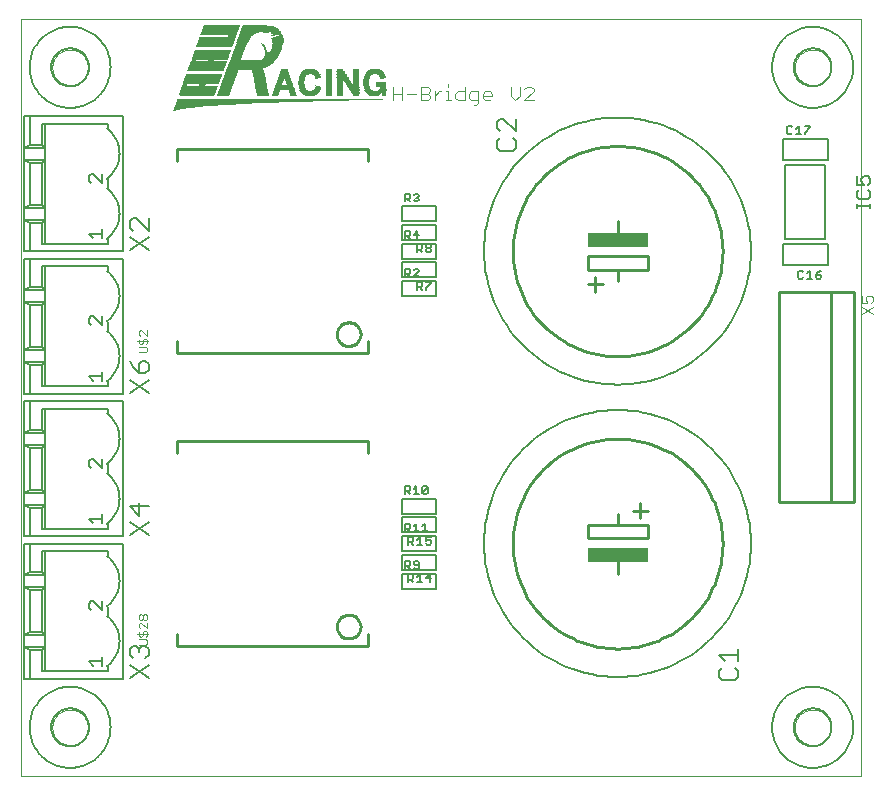
<source format=gto>
G75*
G70*
%OFA0B0*%
%FSLAX24Y24*%
%IPPOS*%
%LPD*%
%AMOC8*
5,1,8,0,0,1.08239X$1,22.5*
%
%ADD10C,0.0000*%
%ADD11R,0.0018X0.0009*%
%ADD12R,0.0036X0.0009*%
%ADD13R,0.0054X0.0009*%
%ADD14R,0.0090X0.0009*%
%ADD15R,0.0117X0.0009*%
%ADD16R,0.0153X0.0009*%
%ADD17R,0.0189X0.0009*%
%ADD18R,0.0243X0.0009*%
%ADD19R,0.0279X0.0009*%
%ADD20R,0.0342X0.0009*%
%ADD21R,0.0387X0.0009*%
%ADD22R,0.0459X0.0009*%
%ADD23R,0.0522X0.0009*%
%ADD24R,0.0594X0.0009*%
%ADD25R,0.0675X0.0009*%
%ADD26R,0.0765X0.0009*%
%ADD27R,0.0846X0.0009*%
%ADD28R,0.0945X0.0009*%
%ADD29R,0.1053X0.0009*%
%ADD30R,0.1152X0.0009*%
%ADD31R,0.1278X0.0009*%
%ADD32R,0.1395X0.0009*%
%ADD33R,0.1530X0.0009*%
%ADD34R,0.1674X0.0009*%
%ADD35R,0.1818X0.0009*%
%ADD36R,0.1971X0.0009*%
%ADD37R,0.2142X0.0009*%
%ADD38R,0.2322X0.0009*%
%ADD39R,0.2511X0.0009*%
%ADD40R,0.2718X0.0009*%
%ADD41R,0.2925X0.0009*%
%ADD42R,0.3150X0.0009*%
%ADD43R,0.3402X0.0009*%
%ADD44R,0.3654X0.0009*%
%ADD45R,0.3933X0.0009*%
%ADD46R,0.4230X0.0009*%
%ADD47R,0.4563X0.0009*%
%ADD48R,0.4914X0.0009*%
%ADD49R,0.5301X0.0009*%
%ADD50R,0.5742X0.0009*%
%ADD51R,0.6246X0.0009*%
%ADD52R,0.6858X0.0009*%
%ADD53R,0.0180X0.0009*%
%ADD54R,0.0162X0.0009*%
%ADD55R,0.0369X0.0009*%
%ADD56R,0.0360X0.0009*%
%ADD57R,0.0171X0.0009*%
%ADD58R,0.0189X0.0009*%
%ADD59R,0.0252X0.0009*%
%ADD60R,0.0225X0.0009*%
%ADD61R,0.0144X0.0009*%
%ADD62R,0.1161X0.0009*%
%ADD63R,0.0378X0.0009*%
%ADD64R,0.0198X0.0009*%
%ADD65R,0.0306X0.0009*%
%ADD66R,0.0270X0.0009*%
%ADD67R,0.0351X0.0009*%
%ADD68R,0.1170X0.0009*%
%ADD69R,0.0369X0.0009*%
%ADD70R,0.0369X0.0009*%
%ADD71R,0.0180X0.0009*%
%ADD72R,0.0198X0.0009*%
%ADD73R,0.0387X0.0009*%
%ADD74R,0.0189X0.0009*%
%ADD75R,0.0162X0.0009*%
%ADD76R,0.0423X0.0009*%
%ADD77R,0.0207X0.0009*%
%ADD78R,0.1170X0.0009*%
%ADD79R,0.0441X0.0009*%
%ADD80R,0.0216X0.0009*%
%ADD81R,0.0387X0.0009*%
%ADD82R,0.0369X0.0009*%
%ADD83R,0.0477X0.0009*%
%ADD84R,0.0414X0.0009*%
%ADD85R,0.0495X0.0009*%
%ADD86R,0.0432X0.0009*%
%ADD87R,0.0513X0.0009*%
%ADD88R,0.0234X0.0009*%
%ADD89R,0.0450X0.0009*%
%ADD90R,0.0531X0.0009*%
%ADD91R,0.0468X0.0009*%
%ADD92R,0.0549X0.0009*%
%ADD93R,0.0486X0.0009*%
%ADD94R,0.0567X0.0009*%
%ADD95R,0.0252X0.0009*%
%ADD96R,0.0585X0.0009*%
%ADD97R,0.0261X0.0009*%
%ADD98R,0.0675X0.0009*%
%ADD99R,0.1161X0.0009*%
%ADD100R,0.0378X0.0009*%
%ADD101R,0.0594X0.0009*%
%ADD102R,0.0261X0.0009*%
%ADD103R,0.0684X0.0009*%
%ADD104R,0.0612X0.0009*%
%ADD105R,0.0684X0.0009*%
%ADD106R,0.0630X0.0009*%
%ADD107R,0.0693X0.0009*%
%ADD108R,0.0288X0.0009*%
%ADD109R,0.0333X0.0009*%
%ADD110R,0.0297X0.0009*%
%ADD111R,0.0171X0.0009*%
%ADD112R,0.0243X0.0009*%
%ADD113R,0.0297X0.0009*%
%ADD114R,0.0279X0.0009*%
%ADD115R,0.0234X0.0009*%
%ADD116R,0.0234X0.0009*%
%ADD117R,0.0315X0.0009*%
%ADD118R,0.0666X0.0009*%
%ADD119R,0.0657X0.0009*%
%ADD120R,0.0216X0.0009*%
%ADD121R,0.0324X0.0009*%
%ADD122R,0.0225X0.0009*%
%ADD123R,0.0648X0.0009*%
%ADD124R,0.0207X0.0009*%
%ADD125R,0.0639X0.0009*%
%ADD126R,0.0342X0.0009*%
%ADD127R,0.0621X0.0009*%
%ADD128R,0.0207X0.0009*%
%ADD129R,0.0351X0.0009*%
%ADD130R,0.0621X0.0009*%
%ADD131R,0.0603X0.0009*%
%ADD132R,0.0135X0.0009*%
%ADD133R,0.0342X0.0009*%
%ADD134R,0.0099X0.0009*%
%ADD135R,0.0576X0.0009*%
%ADD136R,0.0045X0.0009*%
%ADD137R,0.0396X0.0009*%
%ADD138R,0.0135X0.0009*%
%ADD139R,0.0009X0.0009*%
%ADD140R,0.0405X0.0009*%
%ADD141R,0.0567X0.0009*%
%ADD142R,0.0414X0.0009*%
%ADD143R,0.0162X0.0009*%
%ADD144R,0.0360X0.0009*%
%ADD145R,0.0144X0.0009*%
%ADD146R,0.0189X0.0009*%
%ADD147R,0.0036X0.0009*%
%ADD148R,0.0396X0.0009*%
%ADD149R,0.0027X0.0009*%
%ADD150R,0.0063X0.0009*%
%ADD151R,0.0108X0.0009*%
%ADD152R,0.0162X0.0009*%
%ADD153R,0.0342X0.0009*%
%ADD154R,0.0207X0.0009*%
%ADD155R,0.0324X0.0009*%
%ADD156R,0.0306X0.0009*%
%ADD157R,0.0315X0.0009*%
%ADD158R,0.0297X0.0009*%
%ADD159R,0.0612X0.0009*%
%ADD160R,0.0558X0.0009*%
%ADD161R,0.0531X0.0009*%
%ADD162R,0.0252X0.0009*%
%ADD163R,0.0513X0.0009*%
%ADD164R,0.0459X0.0009*%
%ADD165R,0.0450X0.0009*%
%ADD166R,0.0414X0.0009*%
%ADD167R,0.1215X0.0009*%
%ADD168R,0.1215X0.0009*%
%ADD169R,0.1206X0.0009*%
%ADD170R,0.1197X0.0009*%
%ADD171R,0.1179X0.0009*%
%ADD172R,0.1188X0.0009*%
%ADD173R,0.1188X0.0009*%
%ADD174R,0.1224X0.0009*%
%ADD175R,0.1260X0.0009*%
%ADD176R,0.1296X0.0009*%
%ADD177R,0.1305X0.0009*%
%ADD178R,0.1323X0.0009*%
%ADD179R,0.1332X0.0009*%
%ADD180R,0.1350X0.0009*%
%ADD181R,0.1368X0.0009*%
%ADD182R,0.1368X0.0009*%
%ADD183R,0.1386X0.0009*%
%ADD184R,0.1404X0.0009*%
%ADD185R,0.1413X0.0009*%
%ADD186R,0.1422X0.0009*%
%ADD187R,0.1422X0.0009*%
%ADD188R,0.1440X0.0009*%
%ADD189R,0.1449X0.0009*%
%ADD190R,0.1179X0.0009*%
%ADD191R,0.1458X0.0009*%
%ADD192R,0.1458X0.0009*%
%ADD193R,0.1467X0.0009*%
%ADD194R,0.1476X0.0009*%
%ADD195R,0.0144X0.0009*%
%ADD196R,0.1485X0.0009*%
%ADD197R,0.1494X0.0009*%
%ADD198R,0.0459X0.0009*%
%ADD199R,0.1179X0.0009*%
%ADD200R,0.0441X0.0009*%
%ADD201R,0.0432X0.0009*%
%ADD202R,0.0432X0.0009*%
%ADD203R,0.1179X0.0009*%
%ADD204R,0.0468X0.0009*%
%ADD205R,0.0486X0.0009*%
%ADD206R,0.0072X0.0009*%
%ADD207R,0.0054X0.0009*%
%ADD208R,0.0045X0.0009*%
%ADD209R,0.0054X0.0009*%
%ADD210R,0.0072X0.0009*%
%ADD211R,0.0324X0.0009*%
%ADD212R,0.0081X0.0009*%
%ADD213R,0.0081X0.0009*%
%ADD214R,0.0072X0.0009*%
%ADD215R,0.0027X0.0009*%
%ADD216R,0.0324X0.0009*%
%ADD217R,0.0279X0.0009*%
%ADD218R,0.0405X0.0009*%
%ADD219R,0.0027X0.0009*%
%ADD220R,0.0252X0.0009*%
%ADD221R,0.0063X0.0009*%
%ADD222R,0.0540X0.0009*%
%ADD223R,0.0558X0.0009*%
%ADD224R,0.0972X0.0009*%
%ADD225R,0.1008X0.0009*%
%ADD226R,0.1314X0.0009*%
%ADD227R,0.1314X0.0009*%
%ADD228R,0.1287X0.0009*%
%ADD229R,0.1260X0.0009*%
%ADD230R,0.1251X0.0009*%
%ADD231R,0.1242X0.0009*%
%ADD232R,0.1197X0.0009*%
%ADD233R,0.1152X0.0009*%
%ADD234R,0.1143X0.0009*%
%ADD235R,0.1116X0.0009*%
%ADD236R,0.1089X0.0009*%
%ADD237R,0.1062X0.0009*%
%ADD238R,0.1035X0.0009*%
%ADD239R,0.0999X0.0009*%
%ADD240R,0.0954X0.0009*%
%ADD241R,0.0909X0.0009*%
%ADD242R,0.0819X0.0009*%
%ADD243C,0.0040*%
%ADD244C,0.0100*%
%ADD245C,0.0020*%
%ADD246C,0.0060*%
%ADD247C,0.0080*%
%ADD248C,0.0050*%
%ADD249C,0.0070*%
%ADD250R,0.2000X0.0500*%
D10*
X000180Y000180D02*
X000180Y025425D01*
X028172Y025425D01*
X028172Y000180D01*
X000180Y000180D01*
X001214Y001805D02*
X001216Y001853D01*
X001222Y001901D01*
X001232Y001948D01*
X001245Y001994D01*
X001263Y002039D01*
X001283Y002083D01*
X001308Y002125D01*
X001336Y002164D01*
X001366Y002201D01*
X001400Y002235D01*
X001437Y002267D01*
X001475Y002296D01*
X001516Y002321D01*
X001559Y002343D01*
X001604Y002361D01*
X001650Y002375D01*
X001697Y002386D01*
X001745Y002393D01*
X001793Y002396D01*
X001841Y002395D01*
X001889Y002390D01*
X001937Y002381D01*
X001983Y002369D01*
X002028Y002352D01*
X002072Y002332D01*
X002114Y002309D01*
X002154Y002282D01*
X002192Y002252D01*
X002227Y002219D01*
X002259Y002183D01*
X002289Y002145D01*
X002315Y002104D01*
X002337Y002061D01*
X002357Y002017D01*
X002372Y001972D01*
X002384Y001925D01*
X002392Y001877D01*
X002396Y001829D01*
X002396Y001781D01*
X002392Y001733D01*
X002384Y001685D01*
X002372Y001638D01*
X002357Y001593D01*
X002337Y001549D01*
X002315Y001506D01*
X002289Y001465D01*
X002259Y001427D01*
X002227Y001391D01*
X002192Y001358D01*
X002154Y001328D01*
X002114Y001301D01*
X002072Y001278D01*
X002028Y001258D01*
X001983Y001241D01*
X001937Y001229D01*
X001889Y001220D01*
X001841Y001215D01*
X001793Y001214D01*
X001745Y001217D01*
X001697Y001224D01*
X001650Y001235D01*
X001604Y001249D01*
X001559Y001267D01*
X001516Y001289D01*
X001475Y001314D01*
X001437Y001343D01*
X001400Y001375D01*
X001366Y001409D01*
X001336Y001446D01*
X001308Y001485D01*
X001283Y001527D01*
X001263Y001571D01*
X001245Y001616D01*
X001232Y001662D01*
X001222Y001709D01*
X001216Y001757D01*
X001214Y001805D01*
X001214Y023805D02*
X001216Y023853D01*
X001222Y023901D01*
X001232Y023948D01*
X001245Y023994D01*
X001263Y024039D01*
X001283Y024083D01*
X001308Y024125D01*
X001336Y024164D01*
X001366Y024201D01*
X001400Y024235D01*
X001437Y024267D01*
X001475Y024296D01*
X001516Y024321D01*
X001559Y024343D01*
X001604Y024361D01*
X001650Y024375D01*
X001697Y024386D01*
X001745Y024393D01*
X001793Y024396D01*
X001841Y024395D01*
X001889Y024390D01*
X001937Y024381D01*
X001983Y024369D01*
X002028Y024352D01*
X002072Y024332D01*
X002114Y024309D01*
X002154Y024282D01*
X002192Y024252D01*
X002227Y024219D01*
X002259Y024183D01*
X002289Y024145D01*
X002315Y024104D01*
X002337Y024061D01*
X002357Y024017D01*
X002372Y023972D01*
X002384Y023925D01*
X002392Y023877D01*
X002396Y023829D01*
X002396Y023781D01*
X002392Y023733D01*
X002384Y023685D01*
X002372Y023638D01*
X002357Y023593D01*
X002337Y023549D01*
X002315Y023506D01*
X002289Y023465D01*
X002259Y023427D01*
X002227Y023391D01*
X002192Y023358D01*
X002154Y023328D01*
X002114Y023301D01*
X002072Y023278D01*
X002028Y023258D01*
X001983Y023241D01*
X001937Y023229D01*
X001889Y023220D01*
X001841Y023215D01*
X001793Y023214D01*
X001745Y023217D01*
X001697Y023224D01*
X001650Y023235D01*
X001604Y023249D01*
X001559Y023267D01*
X001516Y023289D01*
X001475Y023314D01*
X001437Y023343D01*
X001400Y023375D01*
X001366Y023409D01*
X001336Y023446D01*
X001308Y023485D01*
X001283Y023527D01*
X001263Y023571D01*
X001245Y023616D01*
X001232Y023662D01*
X001222Y023709D01*
X001216Y023757D01*
X001214Y023805D01*
X025964Y023805D02*
X025966Y023853D01*
X025972Y023901D01*
X025982Y023948D01*
X025995Y023994D01*
X026013Y024039D01*
X026033Y024083D01*
X026058Y024125D01*
X026086Y024164D01*
X026116Y024201D01*
X026150Y024235D01*
X026187Y024267D01*
X026225Y024296D01*
X026266Y024321D01*
X026309Y024343D01*
X026354Y024361D01*
X026400Y024375D01*
X026447Y024386D01*
X026495Y024393D01*
X026543Y024396D01*
X026591Y024395D01*
X026639Y024390D01*
X026687Y024381D01*
X026733Y024369D01*
X026778Y024352D01*
X026822Y024332D01*
X026864Y024309D01*
X026904Y024282D01*
X026942Y024252D01*
X026977Y024219D01*
X027009Y024183D01*
X027039Y024145D01*
X027065Y024104D01*
X027087Y024061D01*
X027107Y024017D01*
X027122Y023972D01*
X027134Y023925D01*
X027142Y023877D01*
X027146Y023829D01*
X027146Y023781D01*
X027142Y023733D01*
X027134Y023685D01*
X027122Y023638D01*
X027107Y023593D01*
X027087Y023549D01*
X027065Y023506D01*
X027039Y023465D01*
X027009Y023427D01*
X026977Y023391D01*
X026942Y023358D01*
X026904Y023328D01*
X026864Y023301D01*
X026822Y023278D01*
X026778Y023258D01*
X026733Y023241D01*
X026687Y023229D01*
X026639Y023220D01*
X026591Y023215D01*
X026543Y023214D01*
X026495Y023217D01*
X026447Y023224D01*
X026400Y023235D01*
X026354Y023249D01*
X026309Y023267D01*
X026266Y023289D01*
X026225Y023314D01*
X026187Y023343D01*
X026150Y023375D01*
X026116Y023409D01*
X026086Y023446D01*
X026058Y023485D01*
X026033Y023527D01*
X026013Y023571D01*
X025995Y023616D01*
X025982Y023662D01*
X025972Y023709D01*
X025966Y023757D01*
X025964Y023805D01*
X025964Y001805D02*
X025966Y001853D01*
X025972Y001901D01*
X025982Y001948D01*
X025995Y001994D01*
X026013Y002039D01*
X026033Y002083D01*
X026058Y002125D01*
X026086Y002164D01*
X026116Y002201D01*
X026150Y002235D01*
X026187Y002267D01*
X026225Y002296D01*
X026266Y002321D01*
X026309Y002343D01*
X026354Y002361D01*
X026400Y002375D01*
X026447Y002386D01*
X026495Y002393D01*
X026543Y002396D01*
X026591Y002395D01*
X026639Y002390D01*
X026687Y002381D01*
X026733Y002369D01*
X026778Y002352D01*
X026822Y002332D01*
X026864Y002309D01*
X026904Y002282D01*
X026942Y002252D01*
X026977Y002219D01*
X027009Y002183D01*
X027039Y002145D01*
X027065Y002104D01*
X027087Y002061D01*
X027107Y002017D01*
X027122Y001972D01*
X027134Y001925D01*
X027142Y001877D01*
X027146Y001829D01*
X027146Y001781D01*
X027142Y001733D01*
X027134Y001685D01*
X027122Y001638D01*
X027107Y001593D01*
X027087Y001549D01*
X027065Y001506D01*
X027039Y001465D01*
X027009Y001427D01*
X026977Y001391D01*
X026942Y001358D01*
X026904Y001328D01*
X026864Y001301D01*
X026822Y001278D01*
X026778Y001258D01*
X026733Y001241D01*
X026687Y001229D01*
X026639Y001220D01*
X026591Y001215D01*
X026543Y001214D01*
X026495Y001217D01*
X026447Y001224D01*
X026400Y001235D01*
X026354Y001249D01*
X026309Y001267D01*
X026266Y001289D01*
X026225Y001314D01*
X026187Y001343D01*
X026150Y001375D01*
X026116Y001409D01*
X026086Y001446D01*
X026058Y001485D01*
X026033Y001527D01*
X026013Y001571D01*
X025995Y001616D01*
X025982Y001662D01*
X025972Y001709D01*
X025966Y001757D01*
X025964Y001805D01*
D11*
X005264Y022339D03*
X008215Y024571D03*
D12*
X008224Y024553D03*
X008323Y024337D03*
X008323Y024328D03*
X005273Y022348D03*
D13*
X005290Y022357D03*
X008341Y024292D03*
X008323Y024346D03*
X008323Y024364D03*
D14*
X008341Y024949D03*
X010025Y023428D03*
X005309Y022366D03*
D15*
X005322Y022375D03*
D16*
X005349Y022384D03*
D17*
X005367Y022393D03*
X008796Y024814D03*
X008949Y023716D03*
X009048Y023446D03*
X009057Y023419D03*
X009066Y023392D03*
X009084Y023347D03*
X009084Y023338D03*
X009093Y023311D03*
X009102Y023293D03*
X009102Y023284D03*
X009111Y023266D03*
X009111Y023257D03*
X009129Y023221D03*
X009129Y023212D03*
X009129Y023203D03*
X009138Y023194D03*
X009192Y023023D03*
X009201Y022996D03*
X009219Y022942D03*
X009516Y023239D03*
X009516Y023248D03*
X009516Y023257D03*
X009516Y023302D03*
X009516Y023311D03*
X009516Y023329D03*
X010794Y023329D03*
X010794Y023338D03*
X010794Y023347D03*
X010794Y023356D03*
X010794Y023374D03*
X010794Y023383D03*
X010794Y023311D03*
X010794Y023302D03*
X010794Y023293D03*
X010794Y023284D03*
X010794Y023266D03*
X010794Y023257D03*
X010794Y023248D03*
X010794Y023239D03*
X010794Y023221D03*
X010794Y023212D03*
X010794Y023203D03*
X010794Y023194D03*
X010794Y023176D03*
X010794Y023167D03*
X010794Y023158D03*
X010794Y023149D03*
X010794Y023131D03*
X010794Y023122D03*
X010794Y023113D03*
X010794Y023104D03*
X010794Y023086D03*
X010794Y023077D03*
X010794Y023068D03*
X010794Y023059D03*
X010794Y023041D03*
X010794Y023032D03*
X010794Y023023D03*
X010794Y023014D03*
X010794Y022996D03*
X010794Y022987D03*
X010794Y022978D03*
X010794Y022969D03*
X010794Y022951D03*
X010794Y022942D03*
X010794Y022933D03*
X010794Y022924D03*
X010794Y022906D03*
X010794Y022897D03*
X010794Y022888D03*
X010794Y022879D03*
X010794Y022861D03*
X010794Y022852D03*
X011352Y022852D03*
X011352Y023194D03*
X011352Y023203D03*
X011352Y023212D03*
X011352Y023221D03*
X011352Y023239D03*
X011352Y023248D03*
X011352Y023257D03*
X011352Y023266D03*
X011352Y023284D03*
X011352Y023293D03*
X011352Y023302D03*
X011352Y023311D03*
X011352Y023329D03*
X011352Y023338D03*
X011352Y023347D03*
X011352Y023356D03*
X011352Y023374D03*
X011352Y023383D03*
X011352Y023392D03*
X011352Y023401D03*
X011352Y023419D03*
X011352Y023428D03*
X011352Y023437D03*
X011352Y023446D03*
X011352Y023464D03*
X011352Y023473D03*
X011352Y023482D03*
X011352Y023491D03*
X011352Y023509D03*
X011352Y023518D03*
X011352Y023527D03*
X011352Y023536D03*
X011352Y023554D03*
X011352Y023563D03*
X011352Y023572D03*
X011352Y023581D03*
X011352Y023599D03*
X011352Y023608D03*
X011352Y023617D03*
X011352Y023626D03*
X011352Y023644D03*
X011352Y023653D03*
X011352Y023662D03*
X011352Y023671D03*
X011352Y023689D03*
X011352Y023698D03*
X011352Y023707D03*
X011676Y023338D03*
X011676Y023329D03*
X011676Y023239D03*
X012252Y023131D03*
X012252Y023122D03*
X010803Y023716D03*
D18*
X010821Y023653D03*
X010821Y023644D03*
X011325Y022933D03*
X011325Y022924D03*
X011748Y023023D03*
X011757Y023014D03*
X012225Y023032D03*
X012171Y023554D03*
X010011Y023554D03*
X009606Y023554D03*
X007212Y024859D03*
X007194Y024814D03*
X007185Y024787D03*
X005394Y022402D03*
D19*
X005421Y022411D03*
X008949Y023581D03*
X009984Y022987D03*
X010839Y023599D03*
X011307Y022987D03*
X011307Y022978D03*
X011784Y023563D03*
D20*
X011941Y022870D03*
X008954Y023500D03*
X008701Y024445D03*
X007424Y024310D03*
X007388Y024220D03*
X007343Y024085D03*
X005453Y022420D03*
D21*
X005484Y022429D03*
X007590Y024724D03*
X007599Y024742D03*
D22*
X007680Y024868D03*
X008535Y024202D03*
X008535Y024193D03*
X005520Y022438D03*
D23*
X005551Y022447D03*
X008378Y024013D03*
D24*
X007774Y024949D03*
X009808Y023599D03*
X011968Y023599D03*
X005596Y022456D03*
D25*
X005637Y022465D03*
D26*
X005682Y022474D03*
X007527Y024013D03*
D27*
X005731Y022483D03*
D28*
X005781Y022492D03*
D29*
X005835Y022501D03*
D30*
X005894Y022510D03*
D31*
X005956Y022519D03*
X008144Y025021D03*
D32*
X007788Y023878D03*
X006024Y022528D03*
D33*
X006091Y022537D03*
D34*
X006163Y022546D03*
D35*
X006244Y022555D03*
D36*
X006321Y022564D03*
D37*
X006406Y022573D03*
D38*
X006505Y022582D03*
D39*
X006600Y022591D03*
D40*
X006704Y022600D03*
D41*
X006816Y022609D03*
D42*
X006929Y022618D03*
D43*
X007054Y022627D03*
D44*
X007189Y022636D03*
D45*
X007329Y022645D03*
D46*
X007486Y022654D03*
D47*
X007653Y022663D03*
D48*
X007828Y022672D03*
D49*
X008031Y022681D03*
D50*
X008251Y022690D03*
D51*
X008503Y022699D03*
D52*
X008819Y022708D03*
D53*
X008648Y022861D03*
X008656Y022879D03*
X008656Y022888D03*
X008656Y022897D03*
X008665Y022906D03*
X008665Y022924D03*
X008675Y022933D03*
X008675Y022942D03*
X008675Y022951D03*
X008684Y022969D03*
X008684Y022978D03*
X008693Y022987D03*
X008693Y022996D03*
X008701Y023014D03*
X008701Y023023D03*
X008765Y023203D03*
X008774Y023221D03*
X008783Y023248D03*
X008783Y023257D03*
X008791Y023284D03*
X008800Y023302D03*
X008810Y023329D03*
X008819Y023356D03*
X008828Y023383D03*
X008845Y023437D03*
X009044Y023464D03*
X009053Y023437D03*
X009053Y023428D03*
X009061Y023401D03*
X009070Y023383D03*
X009080Y023356D03*
X009089Y023329D03*
X009098Y023302D03*
X009115Y023248D03*
X009818Y022834D03*
X010079Y023131D03*
X010420Y022843D03*
X010420Y023716D03*
X012220Y023446D03*
X008656Y024877D03*
D54*
X008809Y024823D03*
X011950Y022834D03*
X012265Y022852D03*
X012265Y022861D03*
X012265Y022879D03*
X012265Y022888D03*
X012265Y022897D03*
X012265Y022906D03*
X012265Y022924D03*
X012265Y022933D03*
X012265Y022942D03*
D55*
X011937Y022879D03*
X011262Y023113D03*
X011262Y023122D03*
X010884Y023464D03*
X008724Y024616D03*
X008724Y024634D03*
X008724Y024643D03*
X008724Y024652D03*
X008724Y024661D03*
X008724Y024679D03*
X008724Y024688D03*
X008724Y024697D03*
X008724Y024706D03*
X008724Y024724D03*
X008724Y024733D03*
X007572Y024688D03*
X007563Y024661D03*
X007554Y024652D03*
X007554Y024643D03*
X008076Y023689D03*
X008094Y023581D03*
X008103Y023536D03*
X008103Y023527D03*
X008112Y023491D03*
X008112Y023482D03*
X008121Y023446D03*
X008121Y023437D03*
X008139Y023347D03*
X008139Y023338D03*
X008148Y023302D03*
X008148Y023293D03*
X008148Y023284D03*
X008157Y023257D03*
X008157Y023248D03*
X008157Y023239D03*
X008166Y023203D03*
X008166Y023194D03*
X008184Y023104D03*
X008193Y023059D03*
X008193Y023041D03*
X008202Y023014D03*
X008202Y022996D03*
X008211Y022951D03*
X008229Y022861D03*
X008229Y022852D03*
X007077Y023311D03*
X007086Y023338D03*
X007059Y023266D03*
X007041Y023212D03*
X007023Y023167D03*
X006987Y023068D03*
X006978Y023041D03*
X006969Y023014D03*
X006951Y022969D03*
X006942Y022942D03*
X006924Y022888D03*
X006906Y022843D03*
X007122Y023437D03*
X007131Y023464D03*
X007158Y023536D03*
X007167Y023563D03*
X007203Y023662D03*
D56*
X008071Y023698D03*
X008071Y023707D03*
X008080Y023671D03*
X008080Y023662D03*
X008080Y023653D03*
X008080Y023644D03*
X008090Y023617D03*
X008090Y023608D03*
X008090Y023599D03*
X008099Y023572D03*
X008099Y023563D03*
X008099Y023554D03*
X008108Y023518D03*
X008108Y023509D03*
X008116Y023473D03*
X008116Y023464D03*
X008125Y023428D03*
X008125Y023419D03*
X008135Y023374D03*
X008135Y023356D03*
X008144Y023329D03*
X008144Y023311D03*
X008153Y023266D03*
X008161Y023221D03*
X008161Y023212D03*
X008170Y023176D03*
X008170Y023167D03*
X008180Y023131D03*
X008180Y023122D03*
X008180Y023113D03*
X008189Y023086D03*
X008189Y023077D03*
X008189Y023068D03*
X008198Y023032D03*
X008198Y023023D03*
X008206Y022987D03*
X008206Y022978D03*
X008206Y022969D03*
X008215Y022942D03*
X008215Y022933D03*
X008215Y022924D03*
X008225Y022888D03*
X008225Y022879D03*
X008234Y022843D03*
X008954Y023473D03*
X008710Y024508D03*
X008720Y024553D03*
X008720Y024562D03*
X008720Y024571D03*
X008720Y024589D03*
X008720Y024598D03*
X008720Y024607D03*
X008675Y024922D03*
X007550Y024634D03*
X007540Y024616D03*
X007540Y024607D03*
X007531Y024598D03*
X007531Y024589D03*
X007523Y024571D03*
X007523Y024562D03*
X007514Y024553D03*
X007514Y024544D03*
X007505Y024526D03*
X007495Y024499D03*
X010880Y023473D03*
X011266Y023104D03*
D57*
X011352Y022843D03*
X010794Y022843D03*
X011352Y023716D03*
X008859Y023464D03*
X008850Y023446D03*
X008841Y023428D03*
X008841Y023419D03*
X008832Y023401D03*
X008832Y023392D03*
X008823Y023374D03*
X008814Y023347D03*
X008814Y023338D03*
X008805Y023311D03*
X008796Y023293D03*
X008787Y023266D03*
X008778Y023239D03*
X008769Y023212D03*
X008760Y023194D03*
X008706Y023032D03*
X008643Y022852D03*
X008643Y022843D03*
X006501Y023977D03*
X006501Y023986D03*
X006510Y024004D03*
X006510Y024013D03*
X006510Y024022D03*
X006519Y024031D03*
X006231Y023239D03*
X006222Y023221D03*
X006222Y023212D03*
X006213Y023203D03*
X006213Y023194D03*
X006204Y023176D03*
X006204Y023167D03*
X008337Y024958D03*
D58*
X009075Y023374D03*
X009120Y023239D03*
X009210Y022969D03*
X009255Y022843D03*
D59*
X009818Y022843D03*
X010006Y022996D03*
X009818Y023716D03*
X008954Y023626D03*
X008954Y023617D03*
X008774Y024796D03*
X007208Y024841D03*
X007199Y024832D03*
X007199Y024823D03*
X011978Y023716D03*
X012158Y023563D03*
D60*
X012189Y023536D03*
X011748Y023536D03*
X011739Y023527D03*
X011721Y023059D03*
X011730Y023041D03*
X011739Y023032D03*
X011946Y022843D03*
X011334Y022906D03*
X011127Y023203D03*
X011091Y023257D03*
X011073Y023284D03*
X011055Y023311D03*
X011037Y023338D03*
X010812Y023671D03*
X010038Y023527D03*
X010029Y023536D03*
X009588Y023536D03*
X009579Y023527D03*
X009579Y023032D03*
X010029Y023014D03*
X008949Y023662D03*
D61*
X005938Y024049D03*
X005929Y024022D03*
X005920Y024004D03*
X005911Y023977D03*
X012265Y022843D03*
D62*
X006276Y023554D03*
X006204Y023356D03*
X006195Y023329D03*
X006168Y023257D03*
X006132Y023158D03*
X006123Y023131D03*
X006114Y023104D03*
X006096Y023059D03*
X006087Y023032D03*
X006051Y022933D03*
X006042Y022906D03*
X006033Y022879D03*
X006024Y022861D03*
X006024Y022852D03*
D63*
X006910Y022852D03*
X006910Y022861D03*
X006919Y022879D03*
X006929Y022897D03*
X006929Y022906D03*
X006938Y022924D03*
X006938Y022933D03*
X006946Y022951D03*
X006955Y022978D03*
X006964Y022996D03*
X006974Y023023D03*
X006974Y023032D03*
X006983Y023059D03*
X006991Y023077D03*
X006991Y023086D03*
X007000Y023104D03*
X007009Y023122D03*
X007009Y023131D03*
X007019Y023149D03*
X007019Y023158D03*
X007028Y023176D03*
X007036Y023194D03*
X007036Y023203D03*
X007045Y023221D03*
X007054Y023248D03*
X007054Y023257D03*
X007064Y023284D03*
X007073Y023293D03*
X007073Y023302D03*
X007081Y023329D03*
X007090Y023347D03*
X007090Y023356D03*
X007099Y023374D03*
X007099Y023383D03*
X007109Y023392D03*
X007109Y023401D03*
X007118Y023419D03*
X007118Y023428D03*
X007126Y023446D03*
X007135Y023473D03*
X007135Y023482D03*
X007144Y023491D03*
X007144Y023509D03*
X007154Y023518D03*
X007154Y023527D03*
X007163Y023554D03*
X007171Y023572D03*
X007171Y023581D03*
X007180Y023599D03*
X007180Y023608D03*
X007189Y023617D03*
X007189Y023626D03*
X007199Y023644D03*
X007199Y023653D03*
X007208Y023671D03*
X007216Y023689D03*
X007216Y023698D03*
X007216Y023707D03*
X007568Y024679D03*
X007576Y024697D03*
X007585Y024706D03*
X007594Y024733D03*
X008719Y024742D03*
X010889Y023446D03*
X010889Y023437D03*
X011258Y023131D03*
D64*
X011348Y022861D03*
X011699Y023113D03*
X011689Y023149D03*
X011689Y023158D03*
X011680Y023176D03*
X011680Y023194D03*
X011680Y023203D03*
X011680Y023212D03*
X011680Y023221D03*
X011671Y023248D03*
X011671Y023257D03*
X011671Y023266D03*
X011671Y023284D03*
X011671Y023293D03*
X011671Y023302D03*
X011671Y023311D03*
X011680Y023347D03*
X011680Y023356D03*
X011680Y023374D03*
X011680Y023383D03*
X011680Y023392D03*
X011689Y023401D03*
X011689Y023419D03*
X011689Y023428D03*
X011699Y023446D03*
X012220Y023473D03*
X012220Y023482D03*
X012229Y023464D03*
X012248Y023113D03*
X012248Y023104D03*
X010420Y023104D03*
X010420Y023113D03*
X010420Y023122D03*
X010420Y023131D03*
X010420Y023149D03*
X010420Y023158D03*
X010420Y023167D03*
X010420Y023176D03*
X010420Y023194D03*
X010420Y023203D03*
X010420Y023212D03*
X010420Y023221D03*
X010420Y023239D03*
X010420Y023248D03*
X010420Y023257D03*
X010420Y023266D03*
X010420Y023284D03*
X010420Y023293D03*
X010420Y023302D03*
X010420Y023311D03*
X010420Y023329D03*
X010420Y023338D03*
X010420Y023347D03*
X010420Y023356D03*
X010420Y023374D03*
X010420Y023383D03*
X010420Y023392D03*
X010420Y023401D03*
X010420Y023419D03*
X010420Y023428D03*
X010420Y023437D03*
X010420Y023446D03*
X010420Y023464D03*
X010420Y023473D03*
X010420Y023482D03*
X010420Y023491D03*
X010420Y023509D03*
X010420Y023518D03*
X010420Y023527D03*
X010420Y023536D03*
X010420Y023554D03*
X010420Y023563D03*
X010420Y023572D03*
X010420Y023581D03*
X010420Y023599D03*
X010420Y023608D03*
X010420Y023617D03*
X010420Y023626D03*
X010420Y023644D03*
X010420Y023653D03*
X010420Y023662D03*
X010420Y023671D03*
X010420Y023689D03*
X010420Y023698D03*
X010420Y023707D03*
X010420Y023086D03*
X010420Y023077D03*
X010420Y023068D03*
X010420Y023059D03*
X010420Y023041D03*
X010420Y023032D03*
X010420Y023023D03*
X010420Y023014D03*
X010420Y022996D03*
X010420Y022987D03*
X010420Y022978D03*
X010420Y022969D03*
X010420Y022951D03*
X010420Y022942D03*
X010420Y022933D03*
X010420Y022924D03*
X010420Y022906D03*
X010420Y022897D03*
X010420Y022888D03*
X010420Y022879D03*
X010420Y022861D03*
X010420Y022852D03*
X010060Y023068D03*
X010069Y023086D03*
X010079Y023104D03*
X010079Y023113D03*
X010079Y023122D03*
X009539Y023113D03*
X009529Y023149D03*
X009529Y023158D03*
X009520Y023167D03*
X009520Y023176D03*
X009520Y023194D03*
X009520Y023203D03*
X009520Y023212D03*
X009520Y023221D03*
X009511Y023266D03*
X009511Y023284D03*
X009511Y023293D03*
X009520Y023338D03*
X009520Y023347D03*
X009520Y023356D03*
X009520Y023374D03*
X009520Y023383D03*
X009520Y023392D03*
X009529Y023401D03*
X009529Y023419D03*
X009529Y023428D03*
X009539Y023437D03*
X009539Y023446D03*
X009188Y023032D03*
X009196Y023014D03*
X009205Y022987D03*
X009205Y022978D03*
X009214Y022951D03*
X009224Y022933D03*
X009224Y022924D03*
X009233Y022906D03*
X009233Y022897D03*
X009241Y022888D03*
X009241Y022879D03*
X009250Y022861D03*
X009250Y022852D03*
X008954Y023698D03*
X008954Y023707D03*
D65*
X008953Y023554D03*
X009818Y023707D03*
X010853Y023554D03*
X011293Y023023D03*
X011798Y022987D03*
X011941Y022861D03*
X011978Y023707D03*
X009818Y022852D03*
X008665Y024976D03*
D66*
X008954Y023599D03*
X009620Y023563D03*
X010835Y023608D03*
X011311Y022969D03*
X011780Y022996D03*
X011941Y022852D03*
D67*
X011271Y023086D03*
X010875Y023482D03*
X010875Y023491D03*
X009813Y023698D03*
X008949Y023482D03*
X009813Y022861D03*
X008706Y024472D03*
X008706Y024481D03*
X008706Y024499D03*
X008715Y024517D03*
X008715Y024526D03*
X008715Y024544D03*
X008679Y024913D03*
X007500Y024517D03*
X007500Y024508D03*
X007491Y024481D03*
X007482Y024472D03*
X007482Y024463D03*
X007473Y024454D03*
X007473Y024436D03*
X007464Y024427D03*
X007464Y024418D03*
X007455Y024391D03*
X007446Y024373D03*
X007437Y024346D03*
X007428Y024328D03*
X007419Y024301D03*
X007401Y024256D03*
X007392Y024229D03*
X007383Y024202D03*
X007347Y024103D03*
X011973Y023698D03*
D68*
X006794Y024985D03*
X006713Y024760D03*
X006695Y024715D03*
X006650Y024580D03*
X006631Y024535D03*
X006614Y024490D03*
X006569Y024355D03*
X006550Y024310D03*
X006533Y024265D03*
X006515Y024220D03*
X006488Y024130D03*
X006470Y024085D03*
X006406Y023905D03*
X006389Y023860D03*
X006370Y023815D03*
X006353Y023770D03*
X006335Y023725D03*
X006325Y023680D03*
X006271Y023545D03*
X006254Y023500D03*
X006226Y023410D03*
X006209Y023365D03*
X006190Y023320D03*
X006173Y023275D03*
X006128Y023140D03*
X006110Y023095D03*
X006091Y023050D03*
X006046Y022915D03*
X006029Y022870D03*
D69*
X006915Y022870D03*
X007095Y023365D03*
X008085Y023635D03*
X008175Y023140D03*
X008220Y022915D03*
X007545Y024625D03*
D70*
X007563Y024670D03*
X008076Y023680D03*
X008094Y023590D03*
X008103Y023545D03*
X008184Y023095D03*
X008193Y023050D03*
X008202Y023005D03*
X008211Y022960D03*
X008229Y022870D03*
X007113Y023410D03*
X007194Y023635D03*
X007014Y023140D03*
X006933Y022915D03*
X008724Y024625D03*
X008724Y024670D03*
X008724Y024715D03*
X010884Y023455D03*
D71*
X009818Y023725D03*
X009061Y023410D03*
X009044Y023455D03*
X008855Y023455D03*
X008836Y023410D03*
X008791Y023275D03*
X008774Y023230D03*
X008684Y022960D03*
X008665Y022915D03*
X008648Y022870D03*
X009106Y023275D03*
X011978Y023725D03*
D72*
X012229Y023455D03*
X012248Y023095D03*
X011689Y023140D03*
X011680Y023185D03*
X011680Y023230D03*
X011671Y023275D03*
X011671Y023320D03*
X011680Y023365D03*
X011689Y023410D03*
X011348Y022870D03*
X010420Y022870D03*
X010420Y022915D03*
X010420Y022960D03*
X010420Y023005D03*
X010420Y023050D03*
X010420Y023095D03*
X010420Y023140D03*
X010420Y023185D03*
X010420Y023230D03*
X010420Y023275D03*
X010420Y023320D03*
X010420Y023365D03*
X010420Y023410D03*
X010420Y023455D03*
X010420Y023500D03*
X010420Y023545D03*
X010420Y023590D03*
X010420Y023635D03*
X010420Y023680D03*
X010069Y023455D03*
X009529Y023410D03*
X009520Y023365D03*
X009511Y023275D03*
X009520Y023185D03*
X009529Y023140D03*
X009233Y022915D03*
X009241Y022870D03*
X009214Y022960D03*
X009196Y023005D03*
X010069Y023095D03*
D73*
X009813Y022870D03*
X011253Y023140D03*
X007608Y024760D03*
D74*
X009093Y023320D03*
X009138Y023185D03*
X009516Y023230D03*
X009516Y023320D03*
X010794Y023320D03*
X010794Y023365D03*
X010794Y023275D03*
X010794Y023230D03*
X010794Y023185D03*
X010794Y023140D03*
X010794Y023095D03*
X010794Y023050D03*
X010794Y023005D03*
X010794Y022960D03*
X010794Y022915D03*
X010794Y022870D03*
X011352Y023185D03*
X011352Y023230D03*
X011352Y023275D03*
X011352Y023320D03*
X011352Y023365D03*
X011352Y023410D03*
X011352Y023455D03*
X011352Y023500D03*
X011352Y023545D03*
X011352Y023590D03*
X011352Y023635D03*
X011352Y023680D03*
D75*
X012265Y022915D03*
X012265Y022870D03*
D76*
X009813Y022879D03*
X007653Y024832D03*
X007644Y024823D03*
D77*
X009552Y023482D03*
X009552Y023473D03*
X009543Y023464D03*
X009543Y023104D03*
X009552Y023086D03*
X009552Y023077D03*
X010047Y023041D03*
X010803Y023698D03*
X010803Y023707D03*
X011703Y023464D03*
X011712Y023473D03*
X011712Y023482D03*
X011703Y023104D03*
X011343Y022879D03*
X012243Y023077D03*
X012243Y023086D03*
X012207Y023509D03*
D78*
X008116Y025084D03*
X006856Y025156D03*
X006839Y025111D03*
X006830Y025084D03*
X006820Y025057D03*
X006803Y025012D03*
X006785Y024958D03*
X006775Y024931D03*
X006766Y024913D03*
X006758Y024886D03*
X006704Y024733D03*
X006695Y024706D03*
X006685Y024688D03*
X006676Y024661D03*
X006668Y024634D03*
X006659Y024616D03*
X006659Y024607D03*
X006650Y024589D03*
X006640Y024562D03*
X006623Y024517D03*
X006623Y024508D03*
X006614Y024481D03*
X006569Y024364D03*
X006560Y024337D03*
X006550Y024319D03*
X006541Y024292D03*
X006541Y024283D03*
X006533Y024256D03*
X006524Y024238D03*
X006515Y024211D03*
X006505Y024193D03*
X006505Y024184D03*
X006496Y024166D03*
X006496Y024157D03*
X006488Y024139D03*
X006479Y024121D03*
X006479Y024112D03*
X006470Y024094D03*
X006460Y024067D03*
X006460Y024058D03*
X006425Y023968D03*
X006425Y023959D03*
X006415Y023941D03*
X006415Y023932D03*
X006406Y023923D03*
X006406Y023914D03*
X006398Y023896D03*
X006398Y023887D03*
X006389Y023869D03*
X006380Y023842D03*
X006380Y023833D03*
X006370Y023824D03*
X006370Y023806D03*
X006361Y023797D03*
X006361Y023788D03*
X006353Y023761D03*
X006344Y023743D03*
X006344Y023734D03*
X006335Y023716D03*
X006335Y023707D03*
X006325Y023698D03*
X006325Y023689D03*
X006316Y023671D03*
X006271Y023536D03*
X006263Y023527D03*
X006263Y023518D03*
X006263Y023509D03*
X006254Y023491D03*
X006254Y023482D03*
X006245Y023473D03*
X006245Y023464D03*
X006235Y023446D03*
X006235Y023437D03*
X006226Y023428D03*
X006226Y023419D03*
X006218Y023401D03*
X006218Y023392D03*
X006218Y023383D03*
X006209Y023374D03*
X006200Y023347D03*
X006200Y023338D03*
X006190Y023311D03*
X006181Y023302D03*
X006181Y023293D03*
X006181Y023284D03*
X006173Y023266D03*
X006164Y023248D03*
X006128Y023149D03*
X006119Y023122D03*
X006119Y023113D03*
X006110Y023086D03*
X006100Y023077D03*
X006100Y023068D03*
X006091Y023041D03*
X006083Y023023D03*
X006083Y023014D03*
X006074Y022996D03*
X006074Y022987D03*
X006065Y022978D03*
X006065Y022969D03*
X006055Y022951D03*
X006055Y022942D03*
X006046Y022924D03*
X006038Y022897D03*
X006038Y022888D03*
D79*
X008454Y024067D03*
X008463Y024076D03*
X008481Y024094D03*
X008499Y024121D03*
X008508Y024139D03*
X008517Y024148D03*
X008517Y024157D03*
X009813Y022888D03*
X011973Y023671D03*
D80*
X012193Y023527D03*
X012203Y023518D03*
X012238Y023068D03*
X012238Y023059D03*
X011716Y023068D03*
X011716Y023077D03*
X011708Y023086D03*
X011338Y022897D03*
X011338Y022888D03*
X011131Y023194D03*
X011123Y023212D03*
X011113Y023221D03*
X011104Y023239D03*
X011095Y023248D03*
X011086Y023266D03*
X011068Y023293D03*
X011059Y023302D03*
X011041Y023329D03*
X011033Y023347D03*
X011023Y023356D03*
X011014Y023374D03*
X011005Y023383D03*
X010808Y023689D03*
X010043Y023518D03*
X010043Y023509D03*
X009574Y023518D03*
X009565Y023509D03*
X009556Y023491D03*
X009556Y023068D03*
X009574Y023041D03*
X010033Y023023D03*
X010043Y023032D03*
X008953Y023671D03*
X008683Y024886D03*
X011716Y023491D03*
X011725Y023509D03*
X011734Y023518D03*
D81*
X011973Y023689D03*
X011253Y023149D03*
X010893Y023428D03*
X009813Y023689D03*
X011937Y022888D03*
X007338Y024031D03*
D82*
X007050Y023239D03*
X007005Y023113D03*
X006960Y022987D03*
X008175Y023149D03*
X008175Y023158D03*
X008130Y023383D03*
X008130Y023392D03*
X008130Y023401D03*
X008085Y023626D03*
X008220Y022906D03*
X008220Y022897D03*
X008715Y024751D03*
D83*
X008553Y024247D03*
X007698Y024886D03*
X009813Y022897D03*
D84*
X011933Y022897D03*
D85*
X011928Y022942D03*
X011973Y023653D03*
X009813Y023653D03*
X009813Y022906D03*
X007716Y024904D03*
D86*
X007658Y024841D03*
X011933Y022906D03*
D87*
X009813Y022915D03*
D88*
X010015Y023005D03*
X011329Y022915D03*
D89*
X011933Y022915D03*
X008530Y024175D03*
D90*
X007734Y024922D03*
X009813Y022924D03*
D91*
X009818Y023662D03*
X008549Y024229D03*
X008549Y024238D03*
X008539Y024211D03*
X008414Y024031D03*
X007684Y024877D03*
X011933Y022924D03*
D92*
X011973Y023626D03*
X009813Y023626D03*
X009813Y022933D03*
D93*
X008395Y024022D03*
X008558Y024256D03*
X008558Y024274D03*
X011933Y022933D03*
D94*
X009813Y022942D03*
X009813Y023617D03*
D95*
X011320Y022942D03*
X011770Y023554D03*
X012220Y023023D03*
X007189Y024796D03*
D96*
X008949Y023149D03*
X009813Y022951D03*
X009813Y023608D03*
D97*
X010002Y023563D03*
X009615Y022996D03*
X008949Y023608D03*
X010830Y023617D03*
X010830Y023626D03*
X011316Y022951D03*
X012216Y023014D03*
D98*
X012009Y022951D03*
D99*
X006240Y023455D03*
X006078Y023005D03*
X006060Y022960D03*
D100*
X006946Y022960D03*
X006964Y023005D03*
X006983Y023050D03*
X007000Y023095D03*
X007028Y023185D03*
X007045Y023230D03*
X007064Y023275D03*
X007081Y023320D03*
X007126Y023455D03*
X007144Y023500D03*
X007163Y023545D03*
X007180Y023590D03*
X007208Y023680D03*
X007585Y024715D03*
D101*
X008953Y023140D03*
X009808Y022960D03*
D102*
X011316Y022960D03*
X011766Y023005D03*
D103*
X012004Y022960D03*
D104*
X011969Y023581D03*
X009809Y022969D03*
X008954Y023113D03*
D105*
X012004Y022969D03*
D106*
X011969Y023572D03*
X009809Y023572D03*
X009809Y022978D03*
X008954Y023086D03*
X007460Y024022D03*
D107*
X012000Y022978D03*
D108*
X011303Y022996D03*
X010844Y023581D03*
X009638Y022987D03*
X008954Y023572D03*
X008719Y024904D03*
D109*
X008670Y024949D03*
X008697Y024436D03*
X008697Y024427D03*
X008697Y024418D03*
X008697Y024409D03*
X008688Y024391D03*
X008652Y024301D03*
X008643Y024292D03*
X008949Y023509D03*
X010866Y023509D03*
X010866Y023518D03*
X011280Y023068D03*
X011280Y023059D03*
X012180Y022987D03*
D110*
X012198Y022996D03*
X011298Y023014D03*
X010848Y023563D03*
X010848Y023572D03*
D111*
X008823Y023365D03*
X008805Y023320D03*
X008760Y023185D03*
X008697Y023005D03*
X006501Y023995D03*
X006519Y024040D03*
X006222Y023230D03*
D112*
X008949Y023635D03*
X009597Y023545D03*
X010020Y023545D03*
X009606Y023005D03*
X011757Y023545D03*
D113*
X011298Y023005D03*
D114*
X010839Y023590D03*
X012207Y023005D03*
X008949Y023590D03*
D115*
X009593Y023014D03*
D116*
X009583Y023023D03*
X008953Y023644D03*
X008953Y023653D03*
X010816Y023662D03*
X012229Y023041D03*
D117*
X011289Y023041D03*
X011289Y023032D03*
X010857Y023536D03*
X008949Y023536D03*
X008670Y024967D03*
D118*
X008953Y023041D03*
D119*
X008949Y023050D03*
D120*
X009565Y023050D03*
X010051Y023050D03*
X010051Y023500D03*
X008953Y023680D03*
X008783Y024805D03*
X011050Y023320D03*
X011078Y023275D03*
X011140Y023185D03*
X011725Y023500D03*
D121*
X011284Y023050D03*
X008656Y024310D03*
D122*
X010812Y023680D03*
X011019Y023365D03*
X011109Y023230D03*
X011730Y023050D03*
X012234Y023050D03*
X012180Y023545D03*
D123*
X008954Y023068D03*
X008954Y023059D03*
D124*
X009534Y023122D03*
X009534Y023131D03*
X009561Y023059D03*
X010056Y023059D03*
X010065Y023077D03*
X010065Y023464D03*
X010065Y023473D03*
X010056Y023482D03*
X010056Y023491D03*
X008949Y023689D03*
X011694Y023437D03*
X011685Y023167D03*
X011694Y023131D03*
X011694Y023122D03*
X012216Y023491D03*
D125*
X008949Y023077D03*
D126*
X007324Y024049D03*
X007360Y024139D03*
X007360Y024148D03*
X007369Y024157D03*
X007369Y024166D03*
X007405Y024274D03*
X007414Y024283D03*
X007414Y024292D03*
X007450Y024382D03*
X007459Y024409D03*
X008674Y024931D03*
X011275Y023077D03*
X012175Y023149D03*
X012175Y023158D03*
X012175Y023167D03*
X012175Y023176D03*
X012175Y023194D03*
X012175Y023203D03*
X012175Y023212D03*
X012175Y023221D03*
X012175Y023239D03*
X012175Y023248D03*
X012175Y023257D03*
X012175Y023266D03*
D127*
X008949Y023095D03*
D128*
X009543Y023095D03*
X009543Y023455D03*
X011703Y023455D03*
X011703Y023095D03*
X012207Y023500D03*
D129*
X011271Y023095D03*
X008706Y024490D03*
X008715Y024535D03*
X008724Y024760D03*
X007509Y024535D03*
X007491Y024490D03*
X007473Y024445D03*
X007455Y024400D03*
X007437Y024355D03*
X007356Y024130D03*
D130*
X007797Y024958D03*
X008949Y023104D03*
X009813Y023581D03*
D131*
X008949Y023131D03*
X008949Y023122D03*
D132*
X010056Y023140D03*
X005934Y024040D03*
X005646Y023230D03*
X005628Y023185D03*
D133*
X007324Y024040D03*
X007369Y024175D03*
X007405Y024265D03*
X008674Y024940D03*
X010870Y023500D03*
X012175Y023275D03*
X012175Y023230D03*
X012175Y023185D03*
X012175Y023140D03*
D134*
X010038Y023149D03*
X008832Y024841D03*
X008607Y024859D03*
D135*
X008953Y023167D03*
X008953Y023158D03*
X011968Y023608D03*
D136*
X010020Y023158D03*
X008328Y024319D03*
X008229Y024544D03*
X008859Y024859D03*
D137*
X007621Y024787D03*
X007613Y024769D03*
X007603Y024751D03*
X010898Y023419D03*
X011248Y023158D03*
D138*
X012207Y023437D03*
X010038Y023437D03*
X008823Y024832D03*
X008634Y024868D03*
X005934Y024031D03*
X005925Y024013D03*
X005916Y023986D03*
X005646Y023239D03*
X005637Y023221D03*
X005637Y023212D03*
X005628Y023194D03*
X005619Y023176D03*
X005619Y023167D03*
D139*
X008868Y024868D03*
X010002Y023167D03*
D140*
X010902Y023401D03*
X011244Y023167D03*
X007626Y024796D03*
X007617Y024778D03*
D141*
X008949Y023176D03*
D142*
X010906Y023392D03*
X011239Y023176D03*
X007639Y024814D03*
D143*
X006209Y023185D03*
D144*
X007531Y024580D03*
X008720Y024580D03*
X008108Y023500D03*
X008116Y023455D03*
X008125Y023410D03*
X008135Y023365D03*
X008144Y023320D03*
X008153Y023275D03*
X008161Y023230D03*
X008170Y023185D03*
D145*
X005633Y023203D03*
D146*
X009075Y023365D03*
X009120Y023230D03*
D147*
X009998Y023410D03*
D148*
X010898Y023410D03*
D149*
X012162Y023410D03*
D150*
X012180Y023419D03*
X010011Y023419D03*
X008319Y024373D03*
X008319Y024382D03*
X008319Y024391D03*
X008256Y024508D03*
X008247Y024517D03*
X008238Y024526D03*
D151*
X012194Y023428D03*
D152*
X010051Y023446D03*
X006524Y024049D03*
D153*
X007334Y024058D03*
X007334Y024067D03*
X007334Y024076D03*
X007343Y024094D03*
X007351Y024112D03*
X007351Y024121D03*
X007379Y024184D03*
X007379Y024193D03*
X007388Y024211D03*
X007396Y024238D03*
X007396Y024247D03*
X007424Y024319D03*
X007433Y024337D03*
X007441Y024364D03*
X008639Y024283D03*
X008701Y024454D03*
X008701Y024463D03*
X008954Y023491D03*
D154*
X009561Y023500D03*
D155*
X008953Y023518D03*
X008953Y023527D03*
X008665Y024319D03*
X008665Y024328D03*
X008674Y024337D03*
X008674Y024346D03*
X008683Y024364D03*
X008683Y024373D03*
X008683Y024382D03*
X008674Y024958D03*
X010861Y023527D03*
D156*
X008953Y023545D03*
D157*
X008679Y024355D03*
X010857Y023545D03*
D158*
X008949Y023563D03*
X008751Y024778D03*
D159*
X009809Y023590D03*
X011969Y023590D03*
D160*
X011969Y023617D03*
D161*
X011973Y023635D03*
X009813Y023635D03*
D162*
X010825Y023635D03*
X008710Y024895D03*
X007189Y024805D03*
D163*
X007725Y024913D03*
X009813Y023644D03*
X011973Y023644D03*
D164*
X011973Y023662D03*
D165*
X009818Y023671D03*
X008530Y024184D03*
X008521Y024166D03*
X008450Y024058D03*
X008440Y024049D03*
X007675Y024859D03*
D166*
X009818Y023680D03*
X011978Y023680D03*
D167*
X008130Y025057D03*
X007644Y023716D03*
D168*
X007644Y023725D03*
D169*
X007648Y023734D03*
X008125Y025066D03*
D170*
X007644Y023752D03*
X007644Y023743D03*
D171*
X006636Y024544D03*
X006636Y024553D03*
X006627Y024526D03*
X006618Y024499D03*
X006654Y024598D03*
X006672Y024643D03*
X006672Y024652D03*
X006681Y024679D03*
X006699Y024724D03*
X006708Y024742D03*
X006708Y024751D03*
X006717Y024769D03*
X006717Y024778D03*
X006753Y024868D03*
X006753Y024877D03*
X006762Y024904D03*
X006771Y024922D03*
X006789Y024967D03*
X006789Y024976D03*
X006798Y024994D03*
X006798Y025003D03*
X006807Y025021D03*
X006816Y025039D03*
X006816Y025048D03*
X006834Y025093D03*
X006834Y025102D03*
X006843Y025129D03*
X006852Y025138D03*
X006852Y025147D03*
X006861Y025174D03*
X006564Y024346D03*
X006546Y024301D03*
X006537Y024274D03*
X006528Y024247D03*
X006519Y024229D03*
X006492Y024148D03*
X006474Y024103D03*
X006393Y023878D03*
X006384Y023851D03*
X006357Y023779D03*
X006348Y023752D03*
D172*
X007649Y023761D03*
X007649Y023779D03*
D173*
X007649Y023770D03*
D174*
X007675Y023788D03*
D175*
X007694Y023797D03*
D176*
X007711Y023806D03*
X008153Y025003D03*
D177*
X007725Y023815D03*
D178*
X007734Y023824D03*
D179*
X007748Y023833D03*
D180*
X007756Y023842D03*
D181*
X007765Y023851D03*
D182*
X007774Y023860D03*
D183*
X007783Y023869D03*
D184*
X007801Y023887D03*
D185*
X007806Y023896D03*
D186*
X007810Y023905D03*
D187*
X007819Y023914D03*
D188*
X007829Y023923D03*
D189*
X007833Y023932D03*
X007842Y023941D03*
D190*
X006780Y024940D03*
X006825Y025075D03*
X006420Y023950D03*
D191*
X007846Y023950D03*
D192*
X007855Y023959D03*
D193*
X007860Y023968D03*
D194*
X007864Y023977D03*
X007873Y023986D03*
D195*
X005920Y023995D03*
D196*
X007878Y023995D03*
D197*
X007883Y024004D03*
D198*
X008427Y024040D03*
D199*
X006690Y024697D03*
X006645Y024571D03*
X006555Y024328D03*
X006510Y024202D03*
X006465Y024076D03*
X006780Y024949D03*
X006825Y025066D03*
D200*
X007662Y024850D03*
X008472Y024085D03*
D201*
X008485Y024103D03*
X008494Y024112D03*
D202*
X008504Y024130D03*
D203*
X006681Y024670D03*
X006663Y024625D03*
X006762Y024895D03*
X006843Y025120D03*
X006861Y025165D03*
X006501Y024175D03*
D204*
X008539Y024220D03*
D205*
X008558Y024265D03*
X007703Y024895D03*
D206*
X008260Y024499D03*
X008314Y024409D03*
X008350Y024283D03*
D207*
X008333Y024301D03*
D208*
X008328Y024310D03*
D209*
X008323Y024355D03*
X008233Y024535D03*
D210*
X008269Y024490D03*
X008314Y024400D03*
X008845Y024850D03*
D211*
X008693Y024400D03*
D212*
X008310Y024418D03*
X008310Y024427D03*
X008301Y024436D03*
X008292Y024454D03*
X008292Y024463D03*
X008283Y024472D03*
D213*
X008301Y024445D03*
D214*
X008279Y024481D03*
D215*
X008220Y024562D03*
D216*
X008738Y024769D03*
D217*
X008760Y024787D03*
D218*
X007635Y024805D03*
D219*
X008553Y024841D03*
D220*
X007208Y024850D03*
D221*
X008580Y024850D03*
D222*
X007748Y024931D03*
D223*
X007756Y024940D03*
D224*
X007973Y024967D03*
D225*
X007990Y024976D03*
D226*
X008153Y024985D03*
D227*
X008153Y024994D03*
D228*
X008148Y025012D03*
D229*
X008144Y025030D03*
D230*
X008139Y025039D03*
D231*
X008134Y025048D03*
D232*
X008121Y025075D03*
D233*
X008108Y025093D03*
D234*
X008103Y025102D03*
D235*
X008098Y025111D03*
D236*
X008085Y025120D03*
D237*
X008080Y025129D03*
D238*
X008067Y025138D03*
D239*
X008049Y025147D03*
D240*
X008035Y025156D03*
D241*
X008013Y025165D03*
D242*
X007968Y025174D03*
D243*
X012575Y023160D02*
X012575Y022700D01*
X012575Y022930D02*
X012882Y022930D01*
X013035Y022930D02*
X013342Y022930D01*
X013496Y022930D02*
X013726Y022930D01*
X013803Y022853D01*
X013803Y022777D01*
X013726Y022700D01*
X013496Y022700D01*
X013496Y023160D01*
X013726Y023160D01*
X013803Y023084D01*
X013803Y023007D01*
X013726Y022930D01*
X013956Y022853D02*
X014110Y023007D01*
X014186Y023007D01*
X014340Y023007D02*
X014417Y023007D01*
X014417Y022700D01*
X014493Y022700D02*
X014340Y022700D01*
X014647Y022777D02*
X014647Y022930D01*
X014723Y023007D01*
X014954Y023007D01*
X014954Y023160D02*
X014954Y022700D01*
X014723Y022700D01*
X014647Y022777D01*
X014417Y023160D02*
X014417Y023237D01*
X013956Y023007D02*
X013956Y022700D01*
X012882Y022700D02*
X012882Y023160D01*
X015107Y022930D02*
X015107Y022777D01*
X015184Y022700D01*
X015414Y022700D01*
X015414Y022623D02*
X015414Y023007D01*
X015184Y023007D01*
X015107Y022930D01*
X015261Y022547D02*
X015337Y022547D01*
X015414Y022623D01*
X015568Y022777D02*
X015568Y022930D01*
X015644Y023007D01*
X015798Y023007D01*
X015874Y022930D01*
X015874Y022853D01*
X015568Y022853D01*
X015568Y022777D02*
X015644Y022700D01*
X015798Y022700D01*
X016488Y022853D02*
X016642Y022700D01*
X016795Y022853D01*
X016795Y023160D01*
X016949Y023084D02*
X017025Y023160D01*
X017179Y023160D01*
X017256Y023084D01*
X017256Y023007D01*
X016949Y022700D01*
X017256Y022700D01*
X016488Y022853D02*
X016488Y023160D01*
X028200Y016197D02*
X028200Y015957D01*
X028380Y015957D01*
X028320Y016077D01*
X028320Y016137D01*
X028380Y016197D01*
X028500Y016197D01*
X028560Y016137D01*
X028560Y016017D01*
X028500Y015957D01*
X028560Y015829D02*
X028200Y015588D01*
X028200Y015829D02*
X028560Y015588D01*
D244*
X027930Y016305D02*
X027180Y016305D01*
X027180Y009305D01*
X025430Y009305D01*
X025430Y016305D01*
X027180Y016305D01*
X027930Y016305D02*
X027930Y009305D01*
X027180Y009305D01*
X021055Y009030D02*
X020555Y009030D01*
X020805Y008780D02*
X020805Y009280D01*
X021055Y008550D02*
X020055Y008550D01*
X019055Y008550D01*
X019055Y008100D01*
X021055Y008100D01*
X021055Y008550D01*
X020055Y008550D02*
X020055Y008930D01*
X016555Y007930D02*
X016559Y008102D01*
X016572Y008273D01*
X016593Y008444D01*
X016622Y008613D01*
X016660Y008780D01*
X016706Y008946D01*
X016760Y009109D01*
X016821Y009269D01*
X016891Y009426D01*
X016968Y009580D01*
X017053Y009729D01*
X017145Y009874D01*
X017244Y010015D01*
X017349Y010150D01*
X017462Y010280D01*
X017580Y010405D01*
X017705Y010523D01*
X017835Y010636D01*
X017970Y010741D01*
X018111Y010840D01*
X018256Y010932D01*
X018405Y011017D01*
X018559Y011094D01*
X018716Y011164D01*
X018876Y011225D01*
X019039Y011279D01*
X019205Y011325D01*
X019372Y011363D01*
X019541Y011392D01*
X019712Y011413D01*
X019883Y011426D01*
X020055Y011430D01*
X020227Y011426D01*
X020398Y011413D01*
X020569Y011392D01*
X020738Y011363D01*
X020905Y011325D01*
X021071Y011279D01*
X021234Y011225D01*
X021394Y011164D01*
X021551Y011094D01*
X021705Y011017D01*
X021854Y010932D01*
X021999Y010840D01*
X022140Y010741D01*
X022275Y010636D01*
X022405Y010523D01*
X022530Y010405D01*
X022648Y010280D01*
X022761Y010150D01*
X022866Y010015D01*
X022965Y009874D01*
X023057Y009729D01*
X023142Y009580D01*
X023219Y009426D01*
X023289Y009269D01*
X023350Y009109D01*
X023404Y008946D01*
X023450Y008780D01*
X023488Y008613D01*
X023517Y008444D01*
X023538Y008273D01*
X023551Y008102D01*
X023555Y007930D01*
X023551Y007758D01*
X023538Y007587D01*
X023517Y007416D01*
X023488Y007247D01*
X023450Y007080D01*
X023404Y006914D01*
X023350Y006751D01*
X023289Y006591D01*
X023219Y006434D01*
X023142Y006280D01*
X023057Y006131D01*
X022965Y005986D01*
X022866Y005845D01*
X022761Y005710D01*
X022648Y005580D01*
X022530Y005455D01*
X022405Y005337D01*
X022275Y005224D01*
X022140Y005119D01*
X021999Y005020D01*
X021854Y004928D01*
X021705Y004843D01*
X021551Y004766D01*
X021394Y004696D01*
X021234Y004635D01*
X021071Y004581D01*
X020905Y004535D01*
X020738Y004497D01*
X020569Y004468D01*
X020398Y004447D01*
X020227Y004434D01*
X020055Y004430D01*
X019883Y004434D01*
X019712Y004447D01*
X019541Y004468D01*
X019372Y004497D01*
X019205Y004535D01*
X019039Y004581D01*
X018876Y004635D01*
X018716Y004696D01*
X018559Y004766D01*
X018405Y004843D01*
X018256Y004928D01*
X018111Y005020D01*
X017970Y005119D01*
X017835Y005224D01*
X017705Y005337D01*
X017580Y005455D01*
X017462Y005580D01*
X017349Y005710D01*
X017244Y005845D01*
X017145Y005986D01*
X017053Y006131D01*
X016968Y006280D01*
X016891Y006434D01*
X016821Y006591D01*
X016760Y006751D01*
X016706Y006914D01*
X016660Y007080D01*
X016622Y007247D01*
X016593Y007416D01*
X016572Y007587D01*
X016559Y007758D01*
X016555Y007930D01*
X020055Y007680D02*
X020055Y006930D01*
X011724Y004924D02*
X011724Y004530D01*
X005386Y004530D01*
X005386Y004924D01*
X010700Y005160D02*
X010702Y005199D01*
X010708Y005238D01*
X010718Y005276D01*
X010731Y005313D01*
X010748Y005348D01*
X010768Y005382D01*
X010792Y005413D01*
X010819Y005442D01*
X010848Y005468D01*
X010880Y005491D01*
X010914Y005511D01*
X010950Y005527D01*
X010987Y005539D01*
X011026Y005548D01*
X011065Y005553D01*
X011104Y005554D01*
X011143Y005551D01*
X011182Y005544D01*
X011219Y005533D01*
X011256Y005519D01*
X011291Y005501D01*
X011324Y005480D01*
X011355Y005455D01*
X011383Y005428D01*
X011408Y005398D01*
X011430Y005365D01*
X011449Y005331D01*
X011464Y005295D01*
X011476Y005257D01*
X011484Y005219D01*
X011488Y005180D01*
X011488Y005140D01*
X011484Y005101D01*
X011476Y005063D01*
X011464Y005025D01*
X011449Y004989D01*
X011430Y004955D01*
X011408Y004922D01*
X011383Y004892D01*
X011355Y004865D01*
X011324Y004840D01*
X011291Y004819D01*
X011256Y004801D01*
X011219Y004787D01*
X011182Y004776D01*
X011143Y004769D01*
X011104Y004766D01*
X011065Y004767D01*
X011026Y004772D01*
X010987Y004781D01*
X010950Y004793D01*
X010914Y004809D01*
X010880Y004829D01*
X010848Y004852D01*
X010819Y004878D01*
X010792Y004907D01*
X010768Y004938D01*
X010748Y004972D01*
X010731Y005007D01*
X010718Y005044D01*
X010708Y005082D01*
X010702Y005121D01*
X010700Y005160D01*
X011724Y010948D02*
X011724Y011341D01*
X005386Y011341D01*
X005386Y010948D01*
X005386Y014280D02*
X005386Y014674D01*
X005386Y014280D02*
X011724Y014280D01*
X011724Y014674D01*
X010700Y014910D02*
X010702Y014949D01*
X010708Y014988D01*
X010718Y015026D01*
X010731Y015063D01*
X010748Y015098D01*
X010768Y015132D01*
X010792Y015163D01*
X010819Y015192D01*
X010848Y015218D01*
X010880Y015241D01*
X010914Y015261D01*
X010950Y015277D01*
X010987Y015289D01*
X011026Y015298D01*
X011065Y015303D01*
X011104Y015304D01*
X011143Y015301D01*
X011182Y015294D01*
X011219Y015283D01*
X011256Y015269D01*
X011291Y015251D01*
X011324Y015230D01*
X011355Y015205D01*
X011383Y015178D01*
X011408Y015148D01*
X011430Y015115D01*
X011449Y015081D01*
X011464Y015045D01*
X011476Y015007D01*
X011484Y014969D01*
X011488Y014930D01*
X011488Y014890D01*
X011484Y014851D01*
X011476Y014813D01*
X011464Y014775D01*
X011449Y014739D01*
X011430Y014705D01*
X011408Y014672D01*
X011383Y014642D01*
X011355Y014615D01*
X011324Y014590D01*
X011291Y014569D01*
X011256Y014551D01*
X011219Y014537D01*
X011182Y014526D01*
X011143Y014519D01*
X011104Y014516D01*
X011065Y014517D01*
X011026Y014522D01*
X010987Y014531D01*
X010950Y014543D01*
X010914Y014559D01*
X010880Y014579D01*
X010848Y014602D01*
X010819Y014628D01*
X010792Y014657D01*
X010768Y014688D01*
X010748Y014722D01*
X010731Y014757D01*
X010718Y014794D01*
X010708Y014832D01*
X010702Y014871D01*
X010700Y014910D01*
X011724Y020698D02*
X011724Y021091D01*
X005386Y021091D01*
X005386Y020698D01*
X019055Y017510D02*
X019055Y017060D01*
X020055Y017060D01*
X021055Y017060D01*
X021055Y017510D01*
X019055Y017510D01*
X019305Y016830D02*
X019305Y016330D01*
X019055Y016580D02*
X019555Y016580D01*
X020055Y016680D02*
X020055Y017060D01*
X016555Y017680D02*
X016559Y017852D01*
X016572Y018023D01*
X016593Y018194D01*
X016622Y018363D01*
X016660Y018530D01*
X016706Y018696D01*
X016760Y018859D01*
X016821Y019019D01*
X016891Y019176D01*
X016968Y019330D01*
X017053Y019479D01*
X017145Y019624D01*
X017244Y019765D01*
X017349Y019900D01*
X017462Y020030D01*
X017580Y020155D01*
X017705Y020273D01*
X017835Y020386D01*
X017970Y020491D01*
X018111Y020590D01*
X018256Y020682D01*
X018405Y020767D01*
X018559Y020844D01*
X018716Y020914D01*
X018876Y020975D01*
X019039Y021029D01*
X019205Y021075D01*
X019372Y021113D01*
X019541Y021142D01*
X019712Y021163D01*
X019883Y021176D01*
X020055Y021180D01*
X020227Y021176D01*
X020398Y021163D01*
X020569Y021142D01*
X020738Y021113D01*
X020905Y021075D01*
X021071Y021029D01*
X021234Y020975D01*
X021394Y020914D01*
X021551Y020844D01*
X021705Y020767D01*
X021854Y020682D01*
X021999Y020590D01*
X022140Y020491D01*
X022275Y020386D01*
X022405Y020273D01*
X022530Y020155D01*
X022648Y020030D01*
X022761Y019900D01*
X022866Y019765D01*
X022965Y019624D01*
X023057Y019479D01*
X023142Y019330D01*
X023219Y019176D01*
X023289Y019019D01*
X023350Y018859D01*
X023404Y018696D01*
X023450Y018530D01*
X023488Y018363D01*
X023517Y018194D01*
X023538Y018023D01*
X023551Y017852D01*
X023555Y017680D01*
X023551Y017508D01*
X023538Y017337D01*
X023517Y017166D01*
X023488Y016997D01*
X023450Y016830D01*
X023404Y016664D01*
X023350Y016501D01*
X023289Y016341D01*
X023219Y016184D01*
X023142Y016030D01*
X023057Y015881D01*
X022965Y015736D01*
X022866Y015595D01*
X022761Y015460D01*
X022648Y015330D01*
X022530Y015205D01*
X022405Y015087D01*
X022275Y014974D01*
X022140Y014869D01*
X021999Y014770D01*
X021854Y014678D01*
X021705Y014593D01*
X021551Y014516D01*
X021394Y014446D01*
X021234Y014385D01*
X021071Y014331D01*
X020905Y014285D01*
X020738Y014247D01*
X020569Y014218D01*
X020398Y014197D01*
X020227Y014184D01*
X020055Y014180D01*
X019883Y014184D01*
X019712Y014197D01*
X019541Y014218D01*
X019372Y014247D01*
X019205Y014285D01*
X019039Y014331D01*
X018876Y014385D01*
X018716Y014446D01*
X018559Y014516D01*
X018405Y014593D01*
X018256Y014678D01*
X018111Y014770D01*
X017970Y014869D01*
X017835Y014974D01*
X017705Y015087D01*
X017580Y015205D01*
X017462Y015330D01*
X017349Y015460D01*
X017244Y015595D01*
X017145Y015736D01*
X017053Y015881D01*
X016968Y016030D01*
X016891Y016184D01*
X016821Y016341D01*
X016760Y016501D01*
X016706Y016664D01*
X016660Y016830D01*
X016622Y016997D01*
X016593Y017166D01*
X016572Y017337D01*
X016559Y017508D01*
X016555Y017680D01*
X020055Y017930D02*
X020055Y018680D01*
D245*
X004372Y015042D02*
X004372Y014855D01*
X004185Y015042D01*
X004138Y015042D01*
X004092Y014995D01*
X004092Y014901D01*
X004138Y014855D01*
X004138Y014765D02*
X004092Y014719D01*
X004092Y014625D01*
X004138Y014578D01*
X004185Y014578D01*
X004232Y014625D01*
X004232Y014719D01*
X004278Y014765D01*
X004325Y014765D01*
X004372Y014719D01*
X004372Y014625D01*
X004325Y014578D01*
X004325Y014489D02*
X004092Y014489D01*
X004092Y014302D02*
X004325Y014302D01*
X004372Y014349D01*
X004372Y014442D01*
X004325Y014489D01*
X004418Y014672D02*
X004045Y014672D01*
X004138Y005568D02*
X004185Y005568D01*
X004232Y005521D01*
X004232Y005428D01*
X004185Y005381D01*
X004138Y005381D01*
X004092Y005428D01*
X004092Y005521D01*
X004138Y005568D01*
X004232Y005521D02*
X004278Y005568D01*
X004325Y005568D01*
X004372Y005521D01*
X004372Y005428D01*
X004325Y005381D01*
X004278Y005381D01*
X004232Y005428D01*
X004185Y005292D02*
X004138Y005292D01*
X004092Y005245D01*
X004092Y005151D01*
X004138Y005105D01*
X004138Y005015D02*
X004092Y004969D01*
X004092Y004875D01*
X004138Y004828D01*
X004185Y004828D01*
X004232Y004875D01*
X004232Y004969D01*
X004278Y005015D01*
X004325Y005015D01*
X004372Y004969D01*
X004372Y004875D01*
X004325Y004828D01*
X004325Y004739D02*
X004092Y004739D01*
X004092Y004552D02*
X004325Y004552D01*
X004372Y004599D01*
X004372Y004692D01*
X004325Y004739D01*
X004418Y004922D02*
X004045Y004922D01*
X004372Y005105D02*
X004185Y005292D01*
X004372Y005292D02*
X004372Y005105D01*
D246*
X003055Y005530D02*
X003055Y005830D01*
X003455Y006680D02*
X003453Y006741D01*
X003448Y006801D01*
X003439Y006862D01*
X003427Y006921D01*
X003411Y006980D01*
X003392Y007038D01*
X003370Y007094D01*
X003344Y007150D01*
X003315Y007203D01*
X003284Y007255D01*
X003249Y007305D01*
X003211Y007353D01*
X003171Y007398D01*
X003128Y007442D01*
X003083Y007482D01*
X003035Y007520D01*
X003055Y007510D02*
X003055Y007680D01*
X000955Y007680D01*
X000955Y006880D01*
X000855Y006980D01*
X000855Y007680D01*
X000955Y007680D01*
X000455Y007930D02*
X000455Y006980D01*
X000855Y006980D01*
X000955Y006880D02*
X000255Y006880D01*
X000455Y006980D01*
X000255Y006880D02*
X000255Y007930D01*
X000455Y007930D01*
X003555Y007930D01*
X003555Y003430D01*
X000455Y003430D01*
X000455Y004380D01*
X000255Y004480D01*
X000955Y004480D01*
X000855Y004380D01*
X000455Y004380D01*
X000255Y004480D02*
X000255Y004880D01*
X000455Y004980D01*
X000855Y004980D01*
X000955Y004880D01*
X000255Y004880D01*
X000255Y006480D01*
X000455Y006380D01*
X000855Y006380D01*
X000855Y004980D01*
X000955Y004880D02*
X000955Y006480D01*
X000855Y006380D01*
X000955Y006480D02*
X000255Y006480D01*
X000255Y006880D01*
X000455Y006380D02*
X000455Y004980D01*
X000955Y004880D02*
X000955Y004480D01*
X000955Y003680D01*
X000855Y003680D01*
X000855Y004380D01*
X000255Y004480D02*
X000255Y003430D01*
X000455Y003430D01*
X000955Y003680D02*
X003055Y003680D01*
X003055Y003850D01*
X003455Y004680D02*
X003453Y004741D01*
X003448Y004801D01*
X003439Y004862D01*
X003427Y004921D01*
X003411Y004980D01*
X003392Y005038D01*
X003370Y005094D01*
X003344Y005150D01*
X003315Y005203D01*
X003284Y005255D01*
X003249Y005305D01*
X003211Y005353D01*
X003171Y005398D01*
X003128Y005442D01*
X003083Y005482D01*
X003035Y005520D01*
X003455Y004680D02*
X003453Y004619D01*
X003448Y004559D01*
X003439Y004498D01*
X003427Y004439D01*
X003411Y004380D01*
X003392Y004322D01*
X003370Y004266D01*
X003344Y004210D01*
X003315Y004157D01*
X003284Y004105D01*
X003249Y004055D01*
X003211Y004007D01*
X003171Y003962D01*
X003128Y003918D01*
X003083Y003878D01*
X003035Y003840D01*
X000455Y001805D02*
X000457Y001878D01*
X000463Y001951D01*
X000473Y002023D01*
X000487Y002095D01*
X000504Y002166D01*
X000526Y002236D01*
X000551Y002305D01*
X000580Y002372D01*
X000612Y002437D01*
X000648Y002501D01*
X000688Y002563D01*
X000730Y002622D01*
X000776Y002679D01*
X000825Y002733D01*
X000877Y002785D01*
X000931Y002834D01*
X000988Y002880D01*
X001047Y002922D01*
X001109Y002962D01*
X001173Y002998D01*
X001238Y003030D01*
X001305Y003059D01*
X001374Y003084D01*
X001444Y003106D01*
X001515Y003123D01*
X001587Y003137D01*
X001659Y003147D01*
X001732Y003153D01*
X001805Y003155D01*
X001878Y003153D01*
X001951Y003147D01*
X002023Y003137D01*
X002095Y003123D01*
X002166Y003106D01*
X002236Y003084D01*
X002305Y003059D01*
X002372Y003030D01*
X002437Y002998D01*
X002501Y002962D01*
X002563Y002922D01*
X002622Y002880D01*
X002679Y002834D01*
X002733Y002785D01*
X002785Y002733D01*
X002834Y002679D01*
X002880Y002622D01*
X002922Y002563D01*
X002962Y002501D01*
X002998Y002437D01*
X003030Y002372D01*
X003059Y002305D01*
X003084Y002236D01*
X003106Y002166D01*
X003123Y002095D01*
X003137Y002023D01*
X003147Y001951D01*
X003153Y001878D01*
X003155Y001805D01*
X003153Y001732D01*
X003147Y001659D01*
X003137Y001587D01*
X003123Y001515D01*
X003106Y001444D01*
X003084Y001374D01*
X003059Y001305D01*
X003030Y001238D01*
X002998Y001173D01*
X002962Y001109D01*
X002922Y001047D01*
X002880Y000988D01*
X002834Y000931D01*
X002785Y000877D01*
X002733Y000825D01*
X002679Y000776D01*
X002622Y000730D01*
X002563Y000688D01*
X002501Y000648D01*
X002437Y000612D01*
X002372Y000580D01*
X002305Y000551D01*
X002236Y000526D01*
X002166Y000504D01*
X002095Y000487D01*
X002023Y000473D01*
X001951Y000463D01*
X001878Y000457D01*
X001805Y000455D01*
X001732Y000457D01*
X001659Y000463D01*
X001587Y000473D01*
X001515Y000487D01*
X001444Y000504D01*
X001374Y000526D01*
X001305Y000551D01*
X001238Y000580D01*
X001173Y000612D01*
X001109Y000648D01*
X001047Y000688D01*
X000988Y000730D01*
X000931Y000776D01*
X000877Y000825D01*
X000825Y000877D01*
X000776Y000931D01*
X000730Y000988D01*
X000688Y001047D01*
X000648Y001109D01*
X000612Y001173D01*
X000580Y001238D01*
X000551Y001305D01*
X000526Y001374D01*
X000504Y001444D01*
X000487Y001515D01*
X000473Y001587D01*
X000463Y001659D01*
X000457Y001732D01*
X000455Y001805D01*
X000955Y006480D02*
X000955Y006880D01*
X000455Y008180D02*
X000255Y008180D01*
X000255Y009230D01*
X000455Y009130D01*
X000855Y009130D01*
X000955Y009230D01*
X000255Y009230D01*
X000255Y009630D01*
X000455Y009730D01*
X000855Y009730D01*
X000955Y009630D01*
X000255Y009630D01*
X000255Y011230D01*
X000455Y011130D01*
X000855Y011130D01*
X000855Y009730D01*
X000955Y009630D02*
X000955Y011230D01*
X000855Y011130D01*
X000955Y011230D02*
X000255Y011230D01*
X000255Y011630D01*
X000455Y011730D01*
X000855Y011730D01*
X000855Y012430D01*
X000955Y012430D01*
X000955Y011630D01*
X000855Y011730D01*
X000955Y011630D02*
X000255Y011630D01*
X000255Y012680D01*
X000455Y012680D01*
X000455Y011730D01*
X000955Y011630D02*
X000955Y011230D01*
X000455Y011130D02*
X000455Y009730D01*
X000955Y009630D02*
X000955Y009230D01*
X000955Y008430D01*
X000855Y008430D01*
X000855Y009130D01*
X000455Y009130D02*
X000455Y008180D01*
X003555Y008180D01*
X003555Y012680D01*
X000455Y012680D01*
X000455Y012930D02*
X000255Y012930D01*
X000255Y013980D01*
X000455Y013880D01*
X000855Y013880D01*
X000955Y013980D01*
X000255Y013980D01*
X000255Y014380D01*
X000455Y014480D01*
X000855Y014480D01*
X000955Y014380D01*
X000255Y014380D01*
X000255Y015980D01*
X000455Y015880D01*
X000855Y015880D01*
X000855Y014480D01*
X000955Y014380D02*
X000955Y015980D01*
X000855Y015880D01*
X000955Y015980D02*
X000255Y015980D01*
X000255Y016380D01*
X000455Y016480D01*
X000855Y016480D01*
X000855Y017180D01*
X000955Y017180D01*
X000955Y016380D01*
X000855Y016480D01*
X000955Y016380D02*
X000255Y016380D01*
X000255Y017430D01*
X000455Y017430D01*
X000455Y016480D01*
X000955Y016380D02*
X000955Y015980D01*
X000455Y015880D02*
X000455Y014480D01*
X000955Y014380D02*
X000955Y013980D01*
X000955Y013180D01*
X000855Y013180D01*
X000855Y013880D01*
X000455Y013880D02*
X000455Y012930D01*
X003555Y012930D01*
X003555Y017430D01*
X000455Y017430D01*
X000455Y017680D02*
X000255Y017680D01*
X000255Y018730D01*
X000455Y018630D01*
X000855Y018630D01*
X000955Y018730D01*
X000255Y018730D01*
X000255Y019130D01*
X000455Y019230D01*
X000855Y019230D01*
X000955Y019130D01*
X000255Y019130D01*
X000255Y020730D01*
X000455Y020630D01*
X000855Y020630D01*
X000855Y019230D01*
X000955Y019130D02*
X000955Y020730D01*
X000855Y020630D01*
X000955Y020730D02*
X000255Y020730D01*
X000255Y021130D01*
X000455Y021230D01*
X000855Y021230D01*
X000855Y021930D01*
X000955Y021930D01*
X000955Y021130D01*
X000855Y021230D01*
X000955Y021130D02*
X000255Y021130D01*
X000255Y022180D01*
X000455Y022180D01*
X000455Y021230D01*
X000955Y021130D02*
X000955Y020730D01*
X000455Y020630D02*
X000455Y019230D01*
X000955Y019130D02*
X000955Y018730D01*
X000955Y017930D01*
X000855Y017930D01*
X000855Y018630D01*
X000455Y018630D02*
X000455Y017680D01*
X003555Y017680D01*
X003555Y022180D01*
X000455Y022180D01*
X000955Y021930D02*
X003055Y021930D01*
X003055Y021760D01*
X003455Y020930D02*
X003453Y020869D01*
X003448Y020809D01*
X003439Y020748D01*
X003427Y020689D01*
X003411Y020630D01*
X003392Y020572D01*
X003370Y020516D01*
X003344Y020460D01*
X003315Y020407D01*
X003284Y020355D01*
X003249Y020305D01*
X003211Y020257D01*
X003171Y020212D01*
X003128Y020168D01*
X003083Y020128D01*
X003035Y020090D01*
X003055Y020080D02*
X003055Y019780D01*
X003455Y018930D02*
X003453Y018869D01*
X003448Y018809D01*
X003439Y018748D01*
X003427Y018689D01*
X003411Y018630D01*
X003392Y018572D01*
X003370Y018516D01*
X003344Y018460D01*
X003315Y018407D01*
X003284Y018355D01*
X003249Y018305D01*
X003211Y018257D01*
X003171Y018212D01*
X003128Y018168D01*
X003083Y018128D01*
X003035Y018090D01*
X003055Y018100D02*
X003055Y017930D01*
X000955Y017930D01*
X000955Y017180D02*
X003055Y017180D01*
X003055Y017010D01*
X003455Y016180D02*
X003453Y016119D01*
X003448Y016059D01*
X003439Y015998D01*
X003427Y015939D01*
X003411Y015880D01*
X003392Y015822D01*
X003370Y015766D01*
X003344Y015710D01*
X003315Y015657D01*
X003284Y015605D01*
X003249Y015555D01*
X003211Y015507D01*
X003171Y015462D01*
X003128Y015418D01*
X003083Y015378D01*
X003035Y015340D01*
X003055Y015330D02*
X003055Y015030D01*
X003455Y014180D02*
X003453Y014119D01*
X003448Y014059D01*
X003439Y013998D01*
X003427Y013939D01*
X003411Y013880D01*
X003392Y013822D01*
X003370Y013766D01*
X003344Y013710D01*
X003315Y013657D01*
X003284Y013605D01*
X003249Y013555D01*
X003211Y013507D01*
X003171Y013462D01*
X003128Y013418D01*
X003083Y013378D01*
X003035Y013340D01*
X003055Y013350D02*
X003055Y013180D01*
X000955Y013180D01*
X000955Y012430D02*
X003055Y012430D01*
X003055Y012260D01*
X003455Y011430D02*
X003453Y011369D01*
X003448Y011309D01*
X003439Y011248D01*
X003427Y011189D01*
X003411Y011130D01*
X003392Y011072D01*
X003370Y011016D01*
X003344Y010960D01*
X003315Y010907D01*
X003284Y010855D01*
X003249Y010805D01*
X003211Y010757D01*
X003171Y010712D01*
X003128Y010668D01*
X003083Y010628D01*
X003035Y010590D01*
X003055Y010580D02*
X003055Y010280D01*
X003455Y009430D02*
X003453Y009369D01*
X003448Y009309D01*
X003439Y009248D01*
X003427Y009189D01*
X003411Y009130D01*
X003392Y009072D01*
X003370Y009016D01*
X003344Y008960D01*
X003315Y008907D01*
X003284Y008855D01*
X003249Y008805D01*
X003211Y008757D01*
X003171Y008712D01*
X003128Y008668D01*
X003083Y008628D01*
X003035Y008590D01*
X003055Y008600D02*
X003055Y008430D01*
X000955Y008430D01*
X003455Y009430D02*
X003453Y009491D01*
X003448Y009551D01*
X003439Y009612D01*
X003427Y009671D01*
X003411Y009730D01*
X003392Y009788D01*
X003370Y009844D01*
X003344Y009900D01*
X003315Y009953D01*
X003284Y010005D01*
X003249Y010055D01*
X003211Y010103D01*
X003171Y010148D01*
X003128Y010192D01*
X003083Y010232D01*
X003035Y010270D01*
X003455Y011430D02*
X003453Y011491D01*
X003448Y011551D01*
X003439Y011612D01*
X003427Y011671D01*
X003411Y011730D01*
X003392Y011788D01*
X003370Y011844D01*
X003344Y011900D01*
X003315Y011953D01*
X003284Y012005D01*
X003249Y012055D01*
X003211Y012103D01*
X003171Y012148D01*
X003128Y012192D01*
X003083Y012232D01*
X003035Y012270D01*
X003455Y014180D02*
X003453Y014241D01*
X003448Y014301D01*
X003439Y014362D01*
X003427Y014421D01*
X003411Y014480D01*
X003392Y014538D01*
X003370Y014594D01*
X003344Y014650D01*
X003315Y014703D01*
X003284Y014755D01*
X003249Y014805D01*
X003211Y014853D01*
X003171Y014898D01*
X003128Y014942D01*
X003083Y014982D01*
X003035Y015020D01*
X003455Y016180D02*
X003453Y016241D01*
X003448Y016301D01*
X003439Y016362D01*
X003427Y016421D01*
X003411Y016480D01*
X003392Y016538D01*
X003370Y016594D01*
X003344Y016650D01*
X003315Y016703D01*
X003284Y016755D01*
X003249Y016805D01*
X003211Y016853D01*
X003171Y016898D01*
X003128Y016942D01*
X003083Y016982D01*
X003035Y017020D01*
X003455Y018930D02*
X003453Y018991D01*
X003448Y019051D01*
X003439Y019112D01*
X003427Y019171D01*
X003411Y019230D01*
X003392Y019288D01*
X003370Y019344D01*
X003344Y019400D01*
X003315Y019453D01*
X003284Y019505D01*
X003249Y019555D01*
X003211Y019603D01*
X003171Y019648D01*
X003128Y019692D01*
X003083Y019732D01*
X003035Y019770D01*
X003455Y020930D02*
X003453Y020991D01*
X003448Y021051D01*
X003439Y021112D01*
X003427Y021171D01*
X003411Y021230D01*
X003392Y021288D01*
X003370Y021344D01*
X003344Y021400D01*
X003315Y021453D01*
X003284Y021505D01*
X003249Y021555D01*
X003211Y021603D01*
X003171Y021648D01*
X003128Y021692D01*
X003083Y021732D01*
X003035Y021770D01*
X000455Y023805D02*
X000457Y023878D01*
X000463Y023951D01*
X000473Y024023D01*
X000487Y024095D01*
X000504Y024166D01*
X000526Y024236D01*
X000551Y024305D01*
X000580Y024372D01*
X000612Y024437D01*
X000648Y024501D01*
X000688Y024563D01*
X000730Y024622D01*
X000776Y024679D01*
X000825Y024733D01*
X000877Y024785D01*
X000931Y024834D01*
X000988Y024880D01*
X001047Y024922D01*
X001109Y024962D01*
X001173Y024998D01*
X001238Y025030D01*
X001305Y025059D01*
X001374Y025084D01*
X001444Y025106D01*
X001515Y025123D01*
X001587Y025137D01*
X001659Y025147D01*
X001732Y025153D01*
X001805Y025155D01*
X001878Y025153D01*
X001951Y025147D01*
X002023Y025137D01*
X002095Y025123D01*
X002166Y025106D01*
X002236Y025084D01*
X002305Y025059D01*
X002372Y025030D01*
X002437Y024998D01*
X002501Y024962D01*
X002563Y024922D01*
X002622Y024880D01*
X002679Y024834D01*
X002733Y024785D01*
X002785Y024733D01*
X002834Y024679D01*
X002880Y024622D01*
X002922Y024563D01*
X002962Y024501D01*
X002998Y024437D01*
X003030Y024372D01*
X003059Y024305D01*
X003084Y024236D01*
X003106Y024166D01*
X003123Y024095D01*
X003137Y024023D01*
X003147Y023951D01*
X003153Y023878D01*
X003155Y023805D01*
X003153Y023732D01*
X003147Y023659D01*
X003137Y023587D01*
X003123Y023515D01*
X003106Y023444D01*
X003084Y023374D01*
X003059Y023305D01*
X003030Y023238D01*
X002998Y023173D01*
X002962Y023109D01*
X002922Y023047D01*
X002880Y022988D01*
X002834Y022931D01*
X002785Y022877D01*
X002733Y022825D01*
X002679Y022776D01*
X002622Y022730D01*
X002563Y022688D01*
X002501Y022648D01*
X002437Y022612D01*
X002372Y022580D01*
X002305Y022551D01*
X002236Y022526D01*
X002166Y022504D01*
X002095Y022487D01*
X002023Y022473D01*
X001951Y022463D01*
X001878Y022457D01*
X001805Y022455D01*
X001732Y022457D01*
X001659Y022463D01*
X001587Y022473D01*
X001515Y022487D01*
X001444Y022504D01*
X001374Y022526D01*
X001305Y022551D01*
X001238Y022580D01*
X001173Y022612D01*
X001109Y022648D01*
X001047Y022688D01*
X000988Y022730D01*
X000931Y022776D01*
X000877Y022825D01*
X000825Y022877D01*
X000776Y022931D01*
X000730Y022988D01*
X000688Y023047D01*
X000648Y023109D01*
X000612Y023173D01*
X000580Y023238D01*
X000551Y023305D01*
X000526Y023374D01*
X000504Y023444D01*
X000487Y023515D01*
X000473Y023587D01*
X000463Y023659D01*
X000457Y023732D01*
X000455Y023805D01*
X012960Y019595D02*
X012960Y019335D01*
X012960Y019422D02*
X013090Y019422D01*
X013133Y019465D01*
X013133Y019552D01*
X013090Y019595D01*
X012960Y019595D01*
X013047Y019422D02*
X013133Y019335D01*
X013255Y019378D02*
X013298Y019335D01*
X013385Y019335D01*
X013428Y019378D01*
X013428Y019422D01*
X013385Y019465D01*
X013341Y019465D01*
X013385Y019465D02*
X013428Y019508D01*
X013428Y019552D01*
X013385Y019595D01*
X013298Y019595D01*
X013255Y019552D01*
X013385Y018345D02*
X013255Y018215D01*
X013428Y018215D01*
X013385Y018085D02*
X013385Y018345D01*
X013133Y018302D02*
X013133Y018215D01*
X013090Y018172D01*
X012960Y018172D01*
X013047Y018172D02*
X013133Y018085D01*
X012960Y018085D02*
X012960Y018345D01*
X013090Y018345D01*
X013133Y018302D01*
X013371Y017900D02*
X013501Y017900D01*
X013544Y017857D01*
X013544Y017770D01*
X013501Y017727D01*
X013371Y017727D01*
X013457Y017727D02*
X013544Y017640D01*
X013665Y017683D02*
X013665Y017727D01*
X013709Y017770D01*
X013795Y017770D01*
X013839Y017727D01*
X013839Y017683D01*
X013795Y017640D01*
X013709Y017640D01*
X013665Y017683D01*
X013709Y017770D02*
X013665Y017813D01*
X013665Y017857D01*
X013709Y017900D01*
X013795Y017900D01*
X013839Y017857D01*
X013839Y017813D01*
X013795Y017770D01*
X013371Y017640D02*
X013371Y017900D01*
X013385Y017095D02*
X013298Y017095D01*
X013255Y017052D01*
X013133Y017052D02*
X013133Y016965D01*
X013090Y016922D01*
X012960Y016922D01*
X013047Y016922D02*
X013133Y016835D01*
X013255Y016835D02*
X013428Y017008D01*
X013428Y017052D01*
X013385Y017095D01*
X013133Y017052D02*
X013090Y017095D01*
X012960Y017095D01*
X012960Y016835D01*
X013255Y016835D02*
X013428Y016835D01*
X013371Y016650D02*
X013501Y016650D01*
X013544Y016607D01*
X013544Y016520D01*
X013501Y016477D01*
X013371Y016477D01*
X013457Y016477D02*
X013544Y016390D01*
X013665Y016390D02*
X013665Y016433D01*
X013839Y016607D01*
X013839Y016650D01*
X013665Y016650D01*
X013371Y016650D02*
X013371Y016390D01*
X015605Y017680D02*
X015610Y017898D01*
X015626Y018116D01*
X015653Y018333D01*
X015691Y018548D01*
X015738Y018761D01*
X015797Y018972D01*
X015865Y019179D01*
X015944Y019383D01*
X016032Y019583D01*
X016130Y019778D01*
X016238Y019968D01*
X016355Y020152D01*
X016481Y020331D01*
X016615Y020503D01*
X016758Y020668D01*
X016908Y020827D01*
X017067Y020977D01*
X017232Y021120D01*
X017404Y021254D01*
X017583Y021380D01*
X017767Y021497D01*
X017957Y021605D01*
X018152Y021703D01*
X018352Y021791D01*
X018556Y021870D01*
X018763Y021938D01*
X018974Y021997D01*
X019187Y022044D01*
X019402Y022082D01*
X019619Y022109D01*
X019837Y022125D01*
X020055Y022130D01*
X020273Y022125D01*
X020491Y022109D01*
X020708Y022082D01*
X020923Y022044D01*
X021136Y021997D01*
X021347Y021938D01*
X021554Y021870D01*
X021758Y021791D01*
X021958Y021703D01*
X022153Y021605D01*
X022343Y021497D01*
X022527Y021380D01*
X022706Y021254D01*
X022878Y021120D01*
X023043Y020977D01*
X023202Y020827D01*
X023352Y020668D01*
X023495Y020503D01*
X023629Y020331D01*
X023755Y020152D01*
X023872Y019968D01*
X023980Y019778D01*
X024078Y019583D01*
X024166Y019383D01*
X024245Y019179D01*
X024313Y018972D01*
X024372Y018761D01*
X024419Y018548D01*
X024457Y018333D01*
X024484Y018116D01*
X024500Y017898D01*
X024505Y017680D01*
X024500Y017462D01*
X024484Y017244D01*
X024457Y017027D01*
X024419Y016812D01*
X024372Y016599D01*
X024313Y016388D01*
X024245Y016181D01*
X024166Y015977D01*
X024078Y015777D01*
X023980Y015582D01*
X023872Y015392D01*
X023755Y015208D01*
X023629Y015029D01*
X023495Y014857D01*
X023352Y014692D01*
X023202Y014533D01*
X023043Y014383D01*
X022878Y014240D01*
X022706Y014106D01*
X022527Y013980D01*
X022343Y013863D01*
X022153Y013755D01*
X021958Y013657D01*
X021758Y013569D01*
X021554Y013490D01*
X021347Y013422D01*
X021136Y013363D01*
X020923Y013316D01*
X020708Y013278D01*
X020491Y013251D01*
X020273Y013235D01*
X020055Y013230D01*
X019837Y013235D01*
X019619Y013251D01*
X019402Y013278D01*
X019187Y013316D01*
X018974Y013363D01*
X018763Y013422D01*
X018556Y013490D01*
X018352Y013569D01*
X018152Y013657D01*
X017957Y013755D01*
X017767Y013863D01*
X017583Y013980D01*
X017404Y014106D01*
X017232Y014240D01*
X017067Y014383D01*
X016908Y014533D01*
X016758Y014692D01*
X016615Y014857D01*
X016481Y015029D01*
X016355Y015208D01*
X016238Y015392D01*
X016130Y015582D01*
X016032Y015777D01*
X015944Y015977D01*
X015865Y016181D01*
X015797Y016388D01*
X015738Y016599D01*
X015691Y016812D01*
X015653Y017027D01*
X015626Y017244D01*
X015610Y017462D01*
X015605Y017680D01*
X013679Y009845D02*
X013723Y009802D01*
X013549Y009628D01*
X013593Y009585D01*
X013679Y009585D01*
X013723Y009628D01*
X013723Y009802D01*
X013679Y009845D02*
X013593Y009845D01*
X013549Y009802D01*
X013549Y009628D01*
X013428Y009585D02*
X013255Y009585D01*
X013341Y009585D02*
X013341Y009845D01*
X013255Y009758D01*
X013133Y009802D02*
X013133Y009715D01*
X013090Y009672D01*
X012960Y009672D01*
X013047Y009672D02*
X013133Y009585D01*
X012960Y009585D02*
X012960Y009845D01*
X013090Y009845D01*
X013133Y009802D01*
X013090Y008595D02*
X012960Y008595D01*
X012960Y008335D01*
X012960Y008422D02*
X013090Y008422D01*
X013133Y008465D01*
X013133Y008552D01*
X013090Y008595D01*
X013047Y008422D02*
X013133Y008335D01*
X013255Y008335D02*
X013428Y008335D01*
X013341Y008335D02*
X013341Y008595D01*
X013255Y008508D01*
X013549Y008508D02*
X013636Y008595D01*
X013636Y008335D01*
X013549Y008335D02*
X013723Y008335D01*
X013665Y008150D02*
X013665Y008020D01*
X013752Y008063D01*
X013795Y008063D01*
X013839Y008020D01*
X013839Y007933D01*
X013795Y007890D01*
X013709Y007890D01*
X013665Y007933D01*
X013544Y007890D02*
X013371Y007890D01*
X013457Y007890D02*
X013457Y008150D01*
X013371Y008063D01*
X013250Y008020D02*
X013206Y007977D01*
X013076Y007977D01*
X013163Y007977D02*
X013250Y007890D01*
X013250Y008020D02*
X013250Y008107D01*
X013206Y008150D01*
X013076Y008150D01*
X013076Y007890D01*
X013090Y007345D02*
X012960Y007345D01*
X012960Y007085D01*
X012960Y007172D02*
X013090Y007172D01*
X013133Y007215D01*
X013133Y007302D01*
X013090Y007345D01*
X013255Y007302D02*
X013255Y007258D01*
X013298Y007215D01*
X013428Y007215D01*
X013428Y007128D02*
X013428Y007302D01*
X013385Y007345D01*
X013298Y007345D01*
X013255Y007302D01*
X013255Y007128D02*
X013298Y007085D01*
X013385Y007085D01*
X013428Y007128D01*
X013457Y006900D02*
X013457Y006640D01*
X013371Y006640D02*
X013544Y006640D01*
X013665Y006770D02*
X013839Y006770D01*
X013795Y006640D02*
X013795Y006900D01*
X013665Y006770D01*
X013457Y006900D02*
X013371Y006813D01*
X013250Y006770D02*
X013206Y006727D01*
X013076Y006727D01*
X013163Y006727D02*
X013250Y006640D01*
X013250Y006770D02*
X013250Y006857D01*
X013206Y006900D01*
X013076Y006900D01*
X013076Y006640D01*
X013133Y007085D02*
X013047Y007172D01*
X013665Y008150D02*
X013839Y008150D01*
X015605Y007930D02*
X015610Y008148D01*
X015626Y008366D01*
X015653Y008583D01*
X015691Y008798D01*
X015738Y009011D01*
X015797Y009222D01*
X015865Y009429D01*
X015944Y009633D01*
X016032Y009833D01*
X016130Y010028D01*
X016238Y010218D01*
X016355Y010402D01*
X016481Y010581D01*
X016615Y010753D01*
X016758Y010918D01*
X016908Y011077D01*
X017067Y011227D01*
X017232Y011370D01*
X017404Y011504D01*
X017583Y011630D01*
X017767Y011747D01*
X017957Y011855D01*
X018152Y011953D01*
X018352Y012041D01*
X018556Y012120D01*
X018763Y012188D01*
X018974Y012247D01*
X019187Y012294D01*
X019402Y012332D01*
X019619Y012359D01*
X019837Y012375D01*
X020055Y012380D01*
X020273Y012375D01*
X020491Y012359D01*
X020708Y012332D01*
X020923Y012294D01*
X021136Y012247D01*
X021347Y012188D01*
X021554Y012120D01*
X021758Y012041D01*
X021958Y011953D01*
X022153Y011855D01*
X022343Y011747D01*
X022527Y011630D01*
X022706Y011504D01*
X022878Y011370D01*
X023043Y011227D01*
X023202Y011077D01*
X023352Y010918D01*
X023495Y010753D01*
X023629Y010581D01*
X023755Y010402D01*
X023872Y010218D01*
X023980Y010028D01*
X024078Y009833D01*
X024166Y009633D01*
X024245Y009429D01*
X024313Y009222D01*
X024372Y009011D01*
X024419Y008798D01*
X024457Y008583D01*
X024484Y008366D01*
X024500Y008148D01*
X024505Y007930D01*
X024500Y007712D01*
X024484Y007494D01*
X024457Y007277D01*
X024419Y007062D01*
X024372Y006849D01*
X024313Y006638D01*
X024245Y006431D01*
X024166Y006227D01*
X024078Y006027D01*
X023980Y005832D01*
X023872Y005642D01*
X023755Y005458D01*
X023629Y005279D01*
X023495Y005107D01*
X023352Y004942D01*
X023202Y004783D01*
X023043Y004633D01*
X022878Y004490D01*
X022706Y004356D01*
X022527Y004230D01*
X022343Y004113D01*
X022153Y004005D01*
X021958Y003907D01*
X021758Y003819D01*
X021554Y003740D01*
X021347Y003672D01*
X021136Y003613D01*
X020923Y003566D01*
X020708Y003528D01*
X020491Y003501D01*
X020273Y003485D01*
X020055Y003480D01*
X019837Y003485D01*
X019619Y003501D01*
X019402Y003528D01*
X019187Y003566D01*
X018974Y003613D01*
X018763Y003672D01*
X018556Y003740D01*
X018352Y003819D01*
X018152Y003907D01*
X017957Y004005D01*
X017767Y004113D01*
X017583Y004230D01*
X017404Y004356D01*
X017232Y004490D01*
X017067Y004633D01*
X016908Y004783D01*
X016758Y004942D01*
X016615Y005107D01*
X016481Y005279D01*
X016355Y005458D01*
X016238Y005642D01*
X016130Y005832D01*
X016032Y006027D01*
X015944Y006227D01*
X015865Y006431D01*
X015797Y006638D01*
X015738Y006849D01*
X015691Y007062D01*
X015653Y007277D01*
X015626Y007494D01*
X015610Y007712D01*
X015605Y007930D01*
X026076Y016808D02*
X026119Y016765D01*
X026206Y016765D01*
X026250Y016808D01*
X026371Y016765D02*
X026544Y016765D01*
X026457Y016765D02*
X026457Y017025D01*
X026371Y016938D01*
X026250Y016982D02*
X026206Y017025D01*
X026119Y017025D01*
X026076Y016982D01*
X026076Y016808D01*
X026665Y016808D02*
X026709Y016765D01*
X026795Y016765D01*
X026839Y016808D01*
X026839Y016852D01*
X026795Y016895D01*
X026665Y016895D01*
X026665Y016808D01*
X026665Y016895D02*
X026752Y016982D01*
X026839Y017025D01*
X026986Y018075D02*
X026986Y020535D01*
X025624Y020535D01*
X025624Y018075D01*
X026986Y018075D01*
X026299Y021585D02*
X026299Y021628D01*
X026473Y021802D01*
X026473Y021845D01*
X026299Y021845D01*
X026091Y021845D02*
X026091Y021585D01*
X026005Y021585D02*
X026178Y021585D01*
X026005Y021758D02*
X026091Y021845D01*
X025883Y021802D02*
X025840Y021845D01*
X025753Y021845D01*
X025710Y021802D01*
X025710Y021628D01*
X025753Y021585D01*
X025840Y021585D01*
X025883Y021628D01*
X025205Y023805D02*
X025207Y023878D01*
X025213Y023951D01*
X025223Y024023D01*
X025237Y024095D01*
X025254Y024166D01*
X025276Y024236D01*
X025301Y024305D01*
X025330Y024372D01*
X025362Y024437D01*
X025398Y024501D01*
X025438Y024563D01*
X025480Y024622D01*
X025526Y024679D01*
X025575Y024733D01*
X025627Y024785D01*
X025681Y024834D01*
X025738Y024880D01*
X025797Y024922D01*
X025859Y024962D01*
X025923Y024998D01*
X025988Y025030D01*
X026055Y025059D01*
X026124Y025084D01*
X026194Y025106D01*
X026265Y025123D01*
X026337Y025137D01*
X026409Y025147D01*
X026482Y025153D01*
X026555Y025155D01*
X026628Y025153D01*
X026701Y025147D01*
X026773Y025137D01*
X026845Y025123D01*
X026916Y025106D01*
X026986Y025084D01*
X027055Y025059D01*
X027122Y025030D01*
X027187Y024998D01*
X027251Y024962D01*
X027313Y024922D01*
X027372Y024880D01*
X027429Y024834D01*
X027483Y024785D01*
X027535Y024733D01*
X027584Y024679D01*
X027630Y024622D01*
X027672Y024563D01*
X027712Y024501D01*
X027748Y024437D01*
X027780Y024372D01*
X027809Y024305D01*
X027834Y024236D01*
X027856Y024166D01*
X027873Y024095D01*
X027887Y024023D01*
X027897Y023951D01*
X027903Y023878D01*
X027905Y023805D01*
X027903Y023732D01*
X027897Y023659D01*
X027887Y023587D01*
X027873Y023515D01*
X027856Y023444D01*
X027834Y023374D01*
X027809Y023305D01*
X027780Y023238D01*
X027748Y023173D01*
X027712Y023109D01*
X027672Y023047D01*
X027630Y022988D01*
X027584Y022931D01*
X027535Y022877D01*
X027483Y022825D01*
X027429Y022776D01*
X027372Y022730D01*
X027313Y022688D01*
X027251Y022648D01*
X027187Y022612D01*
X027122Y022580D01*
X027055Y022551D01*
X026986Y022526D01*
X026916Y022504D01*
X026845Y022487D01*
X026773Y022473D01*
X026701Y022463D01*
X026628Y022457D01*
X026555Y022455D01*
X026482Y022457D01*
X026409Y022463D01*
X026337Y022473D01*
X026265Y022487D01*
X026194Y022504D01*
X026124Y022526D01*
X026055Y022551D01*
X025988Y022580D01*
X025923Y022612D01*
X025859Y022648D01*
X025797Y022688D01*
X025738Y022730D01*
X025681Y022776D01*
X025627Y022825D01*
X025575Y022877D01*
X025526Y022931D01*
X025480Y022988D01*
X025438Y023047D01*
X025398Y023109D01*
X025362Y023173D01*
X025330Y023238D01*
X025301Y023305D01*
X025276Y023374D01*
X025254Y023444D01*
X025237Y023515D01*
X025223Y023587D01*
X025213Y023659D01*
X025207Y023732D01*
X025205Y023805D01*
X003455Y006680D02*
X003453Y006619D01*
X003448Y006559D01*
X003439Y006498D01*
X003427Y006439D01*
X003411Y006380D01*
X003392Y006322D01*
X003370Y006266D01*
X003344Y006210D01*
X003315Y006157D01*
X003284Y006105D01*
X003249Y006055D01*
X003211Y006007D01*
X003171Y005962D01*
X003128Y005918D01*
X003083Y005878D01*
X003035Y005840D01*
X025205Y001805D02*
X025207Y001878D01*
X025213Y001951D01*
X025223Y002023D01*
X025237Y002095D01*
X025254Y002166D01*
X025276Y002236D01*
X025301Y002305D01*
X025330Y002372D01*
X025362Y002437D01*
X025398Y002501D01*
X025438Y002563D01*
X025480Y002622D01*
X025526Y002679D01*
X025575Y002733D01*
X025627Y002785D01*
X025681Y002834D01*
X025738Y002880D01*
X025797Y002922D01*
X025859Y002962D01*
X025923Y002998D01*
X025988Y003030D01*
X026055Y003059D01*
X026124Y003084D01*
X026194Y003106D01*
X026265Y003123D01*
X026337Y003137D01*
X026409Y003147D01*
X026482Y003153D01*
X026555Y003155D01*
X026628Y003153D01*
X026701Y003147D01*
X026773Y003137D01*
X026845Y003123D01*
X026916Y003106D01*
X026986Y003084D01*
X027055Y003059D01*
X027122Y003030D01*
X027187Y002998D01*
X027251Y002962D01*
X027313Y002922D01*
X027372Y002880D01*
X027429Y002834D01*
X027483Y002785D01*
X027535Y002733D01*
X027584Y002679D01*
X027630Y002622D01*
X027672Y002563D01*
X027712Y002501D01*
X027748Y002437D01*
X027780Y002372D01*
X027809Y002305D01*
X027834Y002236D01*
X027856Y002166D01*
X027873Y002095D01*
X027887Y002023D01*
X027897Y001951D01*
X027903Y001878D01*
X027905Y001805D01*
X027903Y001732D01*
X027897Y001659D01*
X027887Y001587D01*
X027873Y001515D01*
X027856Y001444D01*
X027834Y001374D01*
X027809Y001305D01*
X027780Y001238D01*
X027748Y001173D01*
X027712Y001109D01*
X027672Y001047D01*
X027630Y000988D01*
X027584Y000931D01*
X027535Y000877D01*
X027483Y000825D01*
X027429Y000776D01*
X027372Y000730D01*
X027313Y000688D01*
X027251Y000648D01*
X027187Y000612D01*
X027122Y000580D01*
X027055Y000551D01*
X026986Y000526D01*
X026916Y000504D01*
X026845Y000487D01*
X026773Y000473D01*
X026701Y000463D01*
X026628Y000457D01*
X026555Y000455D01*
X026482Y000457D01*
X026409Y000463D01*
X026337Y000473D01*
X026265Y000487D01*
X026194Y000504D01*
X026124Y000526D01*
X026055Y000551D01*
X025988Y000580D01*
X025923Y000612D01*
X025859Y000648D01*
X025797Y000688D01*
X025738Y000730D01*
X025681Y000776D01*
X025627Y000825D01*
X025575Y000877D01*
X025526Y000931D01*
X025480Y000988D01*
X025438Y001047D01*
X025398Y001109D01*
X025362Y001173D01*
X025330Y001238D01*
X025301Y001305D01*
X025276Y001374D01*
X025254Y001444D01*
X025237Y001515D01*
X025223Y001587D01*
X025213Y001659D01*
X025207Y001732D01*
X025205Y001805D01*
D247*
X025925Y001805D02*
X025927Y001855D01*
X025933Y001905D01*
X025943Y001954D01*
X025957Y002002D01*
X025974Y002049D01*
X025995Y002094D01*
X026020Y002138D01*
X026048Y002179D01*
X026080Y002218D01*
X026114Y002255D01*
X026151Y002289D01*
X026191Y002319D01*
X026233Y002346D01*
X026277Y002370D01*
X026323Y002391D01*
X026370Y002407D01*
X026418Y002420D01*
X026468Y002429D01*
X026517Y002434D01*
X026568Y002435D01*
X026618Y002432D01*
X026667Y002425D01*
X026716Y002414D01*
X026764Y002399D01*
X026810Y002381D01*
X026855Y002359D01*
X026898Y002333D01*
X026939Y002304D01*
X026978Y002272D01*
X027014Y002237D01*
X027046Y002199D01*
X027076Y002159D01*
X027103Y002116D01*
X027126Y002072D01*
X027145Y002026D01*
X027161Y001978D01*
X027173Y001929D01*
X027181Y001880D01*
X027185Y001830D01*
X027185Y001780D01*
X027181Y001730D01*
X027173Y001681D01*
X027161Y001632D01*
X027145Y001584D01*
X027126Y001538D01*
X027103Y001494D01*
X027076Y001451D01*
X027046Y001411D01*
X027014Y001373D01*
X026978Y001338D01*
X026939Y001306D01*
X026898Y001277D01*
X026855Y001251D01*
X026810Y001229D01*
X026764Y001211D01*
X026716Y001196D01*
X026667Y001185D01*
X026618Y001178D01*
X026568Y001175D01*
X026517Y001176D01*
X026468Y001181D01*
X026418Y001190D01*
X026370Y001203D01*
X026323Y001219D01*
X026277Y001240D01*
X026233Y001264D01*
X026191Y001291D01*
X026151Y001321D01*
X026114Y001355D01*
X026080Y001392D01*
X026048Y001431D01*
X026020Y001472D01*
X025995Y001516D01*
X025974Y001561D01*
X025957Y001608D01*
X025943Y001656D01*
X025933Y001705D01*
X025927Y001755D01*
X025925Y001805D01*
X014005Y006430D02*
X012855Y006430D01*
X012855Y006930D01*
X014005Y006930D01*
X014005Y006430D01*
X014005Y007055D02*
X014005Y007555D01*
X012855Y007555D01*
X012855Y007055D01*
X014005Y007055D01*
X014005Y007680D02*
X012855Y007680D01*
X012855Y008180D01*
X014005Y008180D01*
X014005Y007680D01*
X014005Y008305D02*
X014005Y008805D01*
X012855Y008805D01*
X012855Y008305D01*
X014005Y008305D01*
X014005Y008930D02*
X012855Y008930D01*
X012855Y009430D01*
X014005Y009430D01*
X014005Y008930D01*
X014005Y016180D02*
X012855Y016180D01*
X012855Y016680D01*
X014005Y016680D01*
X014005Y016180D01*
X014005Y016805D02*
X014005Y017305D01*
X012855Y017305D01*
X012855Y016805D01*
X014005Y016805D01*
X014005Y017430D02*
X012855Y017430D01*
X012855Y017930D01*
X014005Y017930D01*
X014005Y017430D01*
X014005Y018055D02*
X014005Y018555D01*
X012855Y018555D01*
X012855Y018055D01*
X014005Y018055D01*
X014005Y018680D02*
X012855Y018680D01*
X012855Y019180D01*
X014005Y019180D01*
X014005Y018680D01*
X025555Y017905D02*
X025555Y017205D01*
X027055Y017205D01*
X027055Y017905D01*
X025555Y017905D01*
X025555Y020705D02*
X025555Y021405D01*
X027055Y021405D01*
X027055Y020705D01*
X025555Y020705D01*
X025925Y023805D02*
X025927Y023855D01*
X025933Y023905D01*
X025943Y023954D01*
X025957Y024002D01*
X025974Y024049D01*
X025995Y024094D01*
X026020Y024138D01*
X026048Y024179D01*
X026080Y024218D01*
X026114Y024255D01*
X026151Y024289D01*
X026191Y024319D01*
X026233Y024346D01*
X026277Y024370D01*
X026323Y024391D01*
X026370Y024407D01*
X026418Y024420D01*
X026468Y024429D01*
X026517Y024434D01*
X026568Y024435D01*
X026618Y024432D01*
X026667Y024425D01*
X026716Y024414D01*
X026764Y024399D01*
X026810Y024381D01*
X026855Y024359D01*
X026898Y024333D01*
X026939Y024304D01*
X026978Y024272D01*
X027014Y024237D01*
X027046Y024199D01*
X027076Y024159D01*
X027103Y024116D01*
X027126Y024072D01*
X027145Y024026D01*
X027161Y023978D01*
X027173Y023929D01*
X027181Y023880D01*
X027185Y023830D01*
X027185Y023780D01*
X027181Y023730D01*
X027173Y023681D01*
X027161Y023632D01*
X027145Y023584D01*
X027126Y023538D01*
X027103Y023494D01*
X027076Y023451D01*
X027046Y023411D01*
X027014Y023373D01*
X026978Y023338D01*
X026939Y023306D01*
X026898Y023277D01*
X026855Y023251D01*
X026810Y023229D01*
X026764Y023211D01*
X026716Y023196D01*
X026667Y023185D01*
X026618Y023178D01*
X026568Y023175D01*
X026517Y023176D01*
X026468Y023181D01*
X026418Y023190D01*
X026370Y023203D01*
X026323Y023219D01*
X026277Y023240D01*
X026233Y023264D01*
X026191Y023291D01*
X026151Y023321D01*
X026114Y023355D01*
X026080Y023392D01*
X026048Y023431D01*
X026020Y023472D01*
X025995Y023516D01*
X025974Y023561D01*
X025957Y023608D01*
X025943Y023656D01*
X025933Y023705D01*
X025927Y023755D01*
X025925Y023805D01*
X001175Y023805D02*
X001177Y023855D01*
X001183Y023905D01*
X001193Y023954D01*
X001207Y024002D01*
X001224Y024049D01*
X001245Y024094D01*
X001270Y024138D01*
X001298Y024179D01*
X001330Y024218D01*
X001364Y024255D01*
X001401Y024289D01*
X001441Y024319D01*
X001483Y024346D01*
X001527Y024370D01*
X001573Y024391D01*
X001620Y024407D01*
X001668Y024420D01*
X001718Y024429D01*
X001767Y024434D01*
X001818Y024435D01*
X001868Y024432D01*
X001917Y024425D01*
X001966Y024414D01*
X002014Y024399D01*
X002060Y024381D01*
X002105Y024359D01*
X002148Y024333D01*
X002189Y024304D01*
X002228Y024272D01*
X002264Y024237D01*
X002296Y024199D01*
X002326Y024159D01*
X002353Y024116D01*
X002376Y024072D01*
X002395Y024026D01*
X002411Y023978D01*
X002423Y023929D01*
X002431Y023880D01*
X002435Y023830D01*
X002435Y023780D01*
X002431Y023730D01*
X002423Y023681D01*
X002411Y023632D01*
X002395Y023584D01*
X002376Y023538D01*
X002353Y023494D01*
X002326Y023451D01*
X002296Y023411D01*
X002264Y023373D01*
X002228Y023338D01*
X002189Y023306D01*
X002148Y023277D01*
X002105Y023251D01*
X002060Y023229D01*
X002014Y023211D01*
X001966Y023196D01*
X001917Y023185D01*
X001868Y023178D01*
X001818Y023175D01*
X001767Y023176D01*
X001718Y023181D01*
X001668Y023190D01*
X001620Y023203D01*
X001573Y023219D01*
X001527Y023240D01*
X001483Y023264D01*
X001441Y023291D01*
X001401Y023321D01*
X001364Y023355D01*
X001330Y023392D01*
X001298Y023431D01*
X001270Y023472D01*
X001245Y023516D01*
X001224Y023561D01*
X001207Y023608D01*
X001193Y023656D01*
X001183Y023705D01*
X001177Y023755D01*
X001175Y023805D01*
X001175Y001805D02*
X001177Y001855D01*
X001183Y001905D01*
X001193Y001954D01*
X001207Y002002D01*
X001224Y002049D01*
X001245Y002094D01*
X001270Y002138D01*
X001298Y002179D01*
X001330Y002218D01*
X001364Y002255D01*
X001401Y002289D01*
X001441Y002319D01*
X001483Y002346D01*
X001527Y002370D01*
X001573Y002391D01*
X001620Y002407D01*
X001668Y002420D01*
X001718Y002429D01*
X001767Y002434D01*
X001818Y002435D01*
X001868Y002432D01*
X001917Y002425D01*
X001966Y002414D01*
X002014Y002399D01*
X002060Y002381D01*
X002105Y002359D01*
X002148Y002333D01*
X002189Y002304D01*
X002228Y002272D01*
X002264Y002237D01*
X002296Y002199D01*
X002326Y002159D01*
X002353Y002116D01*
X002376Y002072D01*
X002395Y002026D01*
X002411Y001978D01*
X002423Y001929D01*
X002431Y001880D01*
X002435Y001830D01*
X002435Y001780D01*
X002431Y001730D01*
X002423Y001681D01*
X002411Y001632D01*
X002395Y001584D01*
X002376Y001538D01*
X002353Y001494D01*
X002326Y001451D01*
X002296Y001411D01*
X002264Y001373D01*
X002228Y001338D01*
X002189Y001306D01*
X002148Y001277D01*
X002105Y001251D01*
X002060Y001229D01*
X002014Y001211D01*
X001966Y001196D01*
X001917Y001185D01*
X001868Y001178D01*
X001818Y001175D01*
X001767Y001176D01*
X001718Y001181D01*
X001668Y001190D01*
X001620Y001203D01*
X001573Y001219D01*
X001527Y001240D01*
X001483Y001264D01*
X001441Y001291D01*
X001401Y001321D01*
X001364Y001355D01*
X001330Y001392D01*
X001298Y001431D01*
X001270Y001472D01*
X001245Y001516D01*
X001224Y001561D01*
X001207Y001608D01*
X001193Y001656D01*
X001183Y001705D01*
X001177Y001755D01*
X001175Y001805D01*
D248*
X002580Y003855D02*
X002430Y004005D01*
X002880Y004005D01*
X002880Y003855D02*
X002880Y004155D01*
X002880Y005705D02*
X002580Y006005D01*
X002505Y006005D01*
X002430Y005930D01*
X002430Y005780D01*
X002505Y005705D01*
X002880Y005705D02*
X002880Y006005D01*
X002880Y008605D02*
X002880Y008905D01*
X002880Y008755D02*
X002430Y008755D01*
X002580Y008605D01*
X002505Y010455D02*
X002430Y010530D01*
X002430Y010680D01*
X002505Y010755D01*
X002580Y010755D01*
X002880Y010455D01*
X002880Y010755D01*
X002880Y013355D02*
X002880Y013655D01*
X002880Y013505D02*
X002430Y013505D01*
X002580Y013355D01*
X002505Y015205D02*
X002430Y015280D01*
X002430Y015430D01*
X002505Y015505D01*
X002580Y015505D01*
X002880Y015205D01*
X002880Y015505D01*
X002880Y018105D02*
X002880Y018405D01*
X002880Y018255D02*
X002430Y018255D01*
X002580Y018105D01*
X002505Y019955D02*
X002430Y020030D01*
X002430Y020180D01*
X002505Y020255D01*
X002580Y020255D01*
X002880Y019955D01*
X002880Y020255D01*
X028030Y020170D02*
X028030Y019870D01*
X028255Y019870D01*
X028180Y020020D01*
X028180Y020095D01*
X028255Y020170D01*
X028405Y020170D01*
X028480Y020095D01*
X028480Y019945D01*
X028405Y019870D01*
X028405Y019709D02*
X028480Y019634D01*
X028480Y019484D01*
X028405Y019409D01*
X028105Y019409D01*
X028030Y019484D01*
X028030Y019634D01*
X028105Y019709D01*
X028030Y019252D02*
X028030Y019102D01*
X028030Y019177D02*
X028480Y019177D01*
X028480Y019102D02*
X028480Y019252D01*
D249*
X016670Y021130D02*
X016565Y021025D01*
X016145Y021025D01*
X016039Y021130D01*
X016039Y021340D01*
X016145Y021445D01*
X016145Y021670D02*
X016039Y021775D01*
X016039Y021985D01*
X016145Y022090D01*
X016250Y022090D01*
X016670Y021670D01*
X016670Y022090D01*
X016565Y021445D02*
X016670Y021340D01*
X016670Y021130D01*
X004420Y018780D02*
X004420Y018360D01*
X004000Y018780D01*
X003895Y018780D01*
X003789Y018675D01*
X003789Y018465D01*
X003895Y018360D01*
X003789Y018135D02*
X004420Y017715D01*
X004420Y018135D02*
X003789Y017715D01*
X003789Y014030D02*
X003895Y013820D01*
X004105Y013610D01*
X004105Y013925D01*
X004210Y014030D01*
X004315Y014030D01*
X004420Y013925D01*
X004420Y013715D01*
X004315Y013610D01*
X004105Y013610D01*
X004420Y013385D02*
X003789Y012965D01*
X003789Y013385D02*
X004420Y012965D01*
X004105Y009280D02*
X004105Y008860D01*
X003789Y009175D01*
X004420Y009175D01*
X004420Y008635D02*
X003789Y008215D01*
X003789Y008635D02*
X004420Y008215D01*
X004315Y004530D02*
X004420Y004425D01*
X004420Y004215D01*
X004315Y004110D01*
X004420Y003885D02*
X003789Y003465D01*
X003789Y003885D02*
X004420Y003465D01*
X003895Y004110D02*
X003789Y004215D01*
X003789Y004425D01*
X003895Y004530D01*
X004000Y004530D01*
X004105Y004425D01*
X004210Y004530D01*
X004315Y004530D01*
X004105Y004425D02*
X004105Y004320D01*
X023439Y004221D02*
X024070Y004221D01*
X024070Y004431D02*
X024070Y004010D01*
X023965Y003786D02*
X024070Y003681D01*
X024070Y003471D01*
X023965Y003366D01*
X023545Y003366D01*
X023439Y003471D01*
X023439Y003681D01*
X023545Y003786D01*
X023650Y004010D02*
X023439Y004221D01*
D250*
X020055Y007550D03*
X020055Y018060D03*
M02*

</source>
